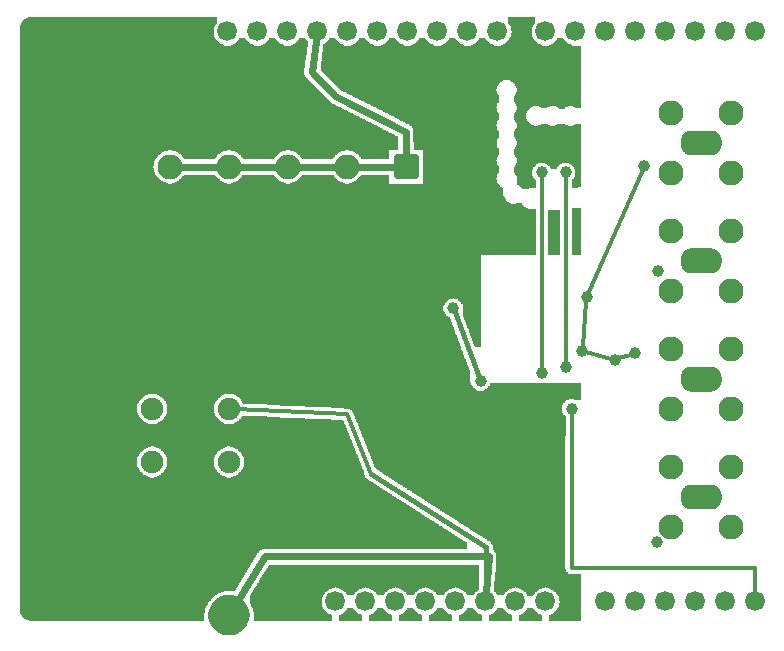
<source format=gbl>
G04 MADE WITH FRITZING*
G04 WWW.FRITZING.ORG*
G04 DOUBLE SIDED*
G04 HOLES PLATED*
G04 CONTOUR ON CENTER OF CONTOUR VECTOR*
%ASAXBY*%
%FSLAX23Y23*%
%MOIN*%
%OFA0B0*%
%SFA1.0B1.0*%
%ADD10C,0.075000*%
%ADD11C,0.069055*%
%ADD12C,0.039370*%
%ADD13C,0.083307*%
%ADD14C,0.082677*%
%ADD15C,0.083071*%
%ADD16C,0.066194*%
%ADD17C,0.066222*%
%ADD18C,0.024000*%
%ADD19C,0.012000*%
%ADD20C,0.016000*%
%ADD21C,0.020000*%
%ADD22R,0.001000X0.001000*%
%LNCOPPER0*%
G90*
G70*
G54D10*
X132Y2012D03*
X887Y106D03*
G54D11*
X747Y65D03*
G54D12*
X1791Y873D03*
X1791Y1542D03*
X1869Y892D03*
X1869Y1542D03*
G54D13*
X1338Y1561D03*
X1141Y1561D03*
X944Y1561D03*
X747Y1561D03*
X550Y1561D03*
G54D12*
X1925Y947D03*
X2033Y918D03*
X2100Y939D03*
X1939Y1126D03*
X2131Y1563D03*
X2178Y1215D03*
X2173Y311D03*
X1495Y1089D03*
X1586Y847D03*
X1889Y754D03*
G54D10*
X747Y577D03*
X491Y577D03*
X747Y754D03*
X491Y754D03*
G54D14*
X2222Y559D03*
G54D15*
X2321Y460D03*
X2222Y359D03*
X2222Y559D03*
X2422Y359D03*
X2422Y559D03*
G54D14*
X2222Y953D03*
G54D15*
X2321Y854D03*
X2222Y753D03*
X2222Y953D03*
X2422Y753D03*
X2422Y953D03*
G54D14*
X2222Y1740D03*
G54D15*
X2321Y1641D03*
X2222Y1540D03*
X2222Y1740D03*
X2422Y1540D03*
X2422Y1740D03*
G54D16*
X2102Y112D03*
X2202Y112D03*
X2302Y112D03*
X2402Y112D03*
X2502Y112D03*
G54D17*
X1642Y2012D03*
X1542Y2012D03*
X1442Y2012D03*
X1342Y2012D03*
X1242Y2012D03*
X1142Y2012D03*
X1042Y2012D03*
X942Y2012D03*
X842Y2012D03*
X742Y2012D03*
X2502Y2012D03*
X2402Y2012D03*
X2302Y2012D03*
X2202Y2012D03*
X2102Y2012D03*
X2002Y2012D03*
X1902Y2012D03*
X1802Y2012D03*
G54D16*
X1202Y112D03*
X1102Y112D03*
X1302Y112D03*
X1402Y112D03*
X1502Y112D03*
X1602Y112D03*
X1702Y112D03*
X1802Y112D03*
X2002Y112D03*
G54D14*
X2222Y1346D03*
G54D15*
X2321Y1247D03*
X2222Y1147D03*
X2222Y1347D03*
X2422Y1147D03*
X2422Y1347D03*
G54D18*
X867Y262D02*
X768Y100D01*
D02*
X1613Y262D02*
X867Y262D01*
D02*
X1604Y142D02*
X1613Y262D01*
D02*
X715Y1561D02*
X583Y1561D01*
G54D19*
D02*
X1791Y1528D02*
X1791Y886D01*
D02*
X1869Y1528D02*
X1869Y906D01*
G54D18*
D02*
X911Y1561D02*
X780Y1561D01*
D02*
X1108Y1561D02*
X977Y1561D01*
D02*
X1305Y1561D02*
X1174Y1561D01*
D02*
X1023Y1876D02*
X1102Y1797D01*
D02*
X1102Y1797D02*
X1337Y1678D01*
D02*
X1337Y1678D02*
X1338Y1594D01*
D02*
X1038Y1981D02*
X1023Y1876D01*
G54D19*
D02*
X2020Y921D02*
X1938Y944D01*
D02*
X2087Y935D02*
X2045Y922D01*
D02*
X1944Y1138D02*
X2126Y1551D01*
D02*
X1938Y1112D02*
X1926Y960D01*
G54D20*
D02*
X1500Y1076D02*
X1581Y860D01*
G54D19*
D02*
X1889Y741D02*
X1889Y223D01*
D02*
X1889Y223D02*
X2500Y223D01*
D02*
X2500Y223D02*
X2502Y136D01*
G54D20*
D02*
X1221Y538D02*
X1604Y293D01*
D02*
X1604Y293D02*
X1603Y136D01*
G54D19*
D02*
X1142Y736D02*
X770Y753D01*
D02*
X1221Y538D02*
X1142Y736D01*
G36*
X76Y2059D02*
X76Y2057D01*
X70Y2057D01*
X70Y2055D01*
X68Y2055D01*
X68Y2053D01*
X64Y2053D01*
X64Y2051D01*
X62Y2051D01*
X62Y2049D01*
X60Y2049D01*
X60Y2047D01*
X58Y2047D01*
X58Y2043D01*
X56Y2043D01*
X56Y2041D01*
X54Y2041D01*
X54Y2035D01*
X52Y2035D01*
X52Y1963D01*
X742Y1963D01*
X742Y1965D01*
X730Y1965D01*
X730Y1967D01*
X726Y1967D01*
X726Y1969D01*
X722Y1969D01*
X722Y1971D01*
X718Y1971D01*
X718Y1973D01*
X716Y1973D01*
X716Y1975D01*
X714Y1975D01*
X714Y1977D01*
X712Y1977D01*
X712Y1979D01*
X710Y1979D01*
X710Y1981D01*
X708Y1981D01*
X708Y1983D01*
X706Y1983D01*
X706Y1985D01*
X704Y1985D01*
X704Y1987D01*
X702Y1987D01*
X702Y1991D01*
X700Y1991D01*
X700Y1995D01*
X698Y1995D01*
X698Y2001D01*
X696Y2001D01*
X696Y2021D01*
X698Y2021D01*
X698Y2027D01*
X700Y2027D01*
X700Y2031D01*
X702Y2031D01*
X702Y2035D01*
X704Y2035D01*
X704Y2037D01*
X706Y2037D01*
X706Y2039D01*
X708Y2039D01*
X708Y2059D01*
X76Y2059D01*
G37*
D02*
G36*
X1678Y2059D02*
X1678Y2037D01*
X1680Y2037D01*
X1680Y2035D01*
X1682Y2035D01*
X1682Y2033D01*
X1684Y2033D01*
X1684Y2029D01*
X1686Y2029D01*
X1686Y2023D01*
X1688Y2023D01*
X1688Y2015D01*
X1690Y2015D01*
X1690Y2007D01*
X1688Y2007D01*
X1688Y1999D01*
X1686Y1999D01*
X1686Y1993D01*
X1684Y1993D01*
X1684Y1991D01*
X1682Y1991D01*
X1682Y1987D01*
X1680Y1987D01*
X1680Y1985D01*
X1678Y1985D01*
X1678Y1981D01*
X1676Y1981D01*
X1676Y1979D01*
X1674Y1979D01*
X1674Y1977D01*
X1672Y1977D01*
X1672Y1975D01*
X1668Y1975D01*
X1668Y1973D01*
X1666Y1973D01*
X1666Y1971D01*
X1662Y1971D01*
X1662Y1969D01*
X1660Y1969D01*
X1660Y1967D01*
X1654Y1967D01*
X1654Y1965D01*
X1644Y1965D01*
X1644Y1963D01*
X1802Y1963D01*
X1802Y1965D01*
X1790Y1965D01*
X1790Y1967D01*
X1786Y1967D01*
X1786Y1969D01*
X1782Y1969D01*
X1782Y1971D01*
X1778Y1971D01*
X1778Y1973D01*
X1776Y1973D01*
X1776Y1975D01*
X1774Y1975D01*
X1774Y1977D01*
X1772Y1977D01*
X1772Y1979D01*
X1770Y1979D01*
X1770Y1981D01*
X1768Y1981D01*
X1768Y1983D01*
X1766Y1983D01*
X1766Y1985D01*
X1764Y1985D01*
X1764Y1987D01*
X1762Y1987D01*
X1762Y1991D01*
X1760Y1991D01*
X1760Y1995D01*
X1758Y1995D01*
X1758Y2001D01*
X1756Y2001D01*
X1756Y2021D01*
X1758Y2021D01*
X1758Y2027D01*
X1760Y2027D01*
X1760Y2031D01*
X1762Y2031D01*
X1762Y2035D01*
X1764Y2035D01*
X1764Y2037D01*
X1766Y2037D01*
X1766Y2039D01*
X1768Y2039D01*
X1768Y2059D01*
X1678Y2059D01*
G37*
D02*
G36*
X782Y1991D02*
X782Y1987D01*
X780Y1987D01*
X780Y1985D01*
X778Y1985D01*
X778Y1981D01*
X776Y1981D01*
X776Y1979D01*
X774Y1979D01*
X774Y1977D01*
X772Y1977D01*
X772Y1975D01*
X768Y1975D01*
X768Y1973D01*
X766Y1973D01*
X766Y1971D01*
X762Y1971D01*
X762Y1969D01*
X760Y1969D01*
X760Y1967D01*
X754Y1967D01*
X754Y1965D01*
X744Y1965D01*
X744Y1963D01*
X842Y1963D01*
X842Y1965D01*
X830Y1965D01*
X830Y1967D01*
X826Y1967D01*
X826Y1969D01*
X822Y1969D01*
X822Y1971D01*
X818Y1971D01*
X818Y1973D01*
X816Y1973D01*
X816Y1975D01*
X814Y1975D01*
X814Y1977D01*
X812Y1977D01*
X812Y1979D01*
X810Y1979D01*
X810Y1981D01*
X808Y1981D01*
X808Y1983D01*
X806Y1983D01*
X806Y1985D01*
X804Y1985D01*
X804Y1987D01*
X802Y1987D01*
X802Y1991D01*
X782Y1991D01*
G37*
D02*
G36*
X882Y1991D02*
X882Y1987D01*
X880Y1987D01*
X880Y1985D01*
X878Y1985D01*
X878Y1981D01*
X876Y1981D01*
X876Y1979D01*
X874Y1979D01*
X874Y1977D01*
X872Y1977D01*
X872Y1975D01*
X868Y1975D01*
X868Y1973D01*
X866Y1973D01*
X866Y1971D01*
X862Y1971D01*
X862Y1969D01*
X860Y1969D01*
X860Y1967D01*
X854Y1967D01*
X854Y1965D01*
X844Y1965D01*
X844Y1963D01*
X942Y1963D01*
X942Y1965D01*
X930Y1965D01*
X930Y1967D01*
X926Y1967D01*
X926Y1969D01*
X922Y1969D01*
X922Y1971D01*
X918Y1971D01*
X918Y1973D01*
X916Y1973D01*
X916Y1975D01*
X914Y1975D01*
X914Y1977D01*
X912Y1977D01*
X912Y1979D01*
X910Y1979D01*
X910Y1981D01*
X908Y1981D01*
X908Y1983D01*
X906Y1983D01*
X906Y1985D01*
X904Y1985D01*
X904Y1987D01*
X902Y1987D01*
X902Y1991D01*
X882Y1991D01*
G37*
D02*
G36*
X982Y1991D02*
X982Y1987D01*
X980Y1987D01*
X980Y1985D01*
X978Y1985D01*
X978Y1981D01*
X976Y1981D01*
X976Y1979D01*
X974Y1979D01*
X974Y1977D01*
X972Y1977D01*
X972Y1975D01*
X968Y1975D01*
X968Y1973D01*
X966Y1973D01*
X966Y1971D01*
X962Y1971D01*
X962Y1969D01*
X960Y1969D01*
X960Y1967D01*
X954Y1967D01*
X954Y1965D01*
X944Y1965D01*
X944Y1963D01*
X1010Y1963D01*
X1010Y1981D01*
X1008Y1981D01*
X1008Y1983D01*
X1006Y1983D01*
X1006Y1985D01*
X1004Y1985D01*
X1004Y1987D01*
X1002Y1987D01*
X1002Y1991D01*
X982Y1991D01*
G37*
D02*
G36*
X1082Y1991D02*
X1082Y1987D01*
X1080Y1987D01*
X1080Y1985D01*
X1078Y1985D01*
X1078Y1981D01*
X1076Y1981D01*
X1076Y1979D01*
X1074Y1979D01*
X1074Y1977D01*
X1072Y1977D01*
X1072Y1975D01*
X1068Y1975D01*
X1068Y1973D01*
X1066Y1973D01*
X1066Y1971D01*
X1062Y1971D01*
X1062Y1963D01*
X1142Y1963D01*
X1142Y1965D01*
X1130Y1965D01*
X1130Y1967D01*
X1126Y1967D01*
X1126Y1969D01*
X1122Y1969D01*
X1122Y1971D01*
X1118Y1971D01*
X1118Y1973D01*
X1116Y1973D01*
X1116Y1975D01*
X1114Y1975D01*
X1114Y1977D01*
X1112Y1977D01*
X1112Y1979D01*
X1110Y1979D01*
X1110Y1981D01*
X1108Y1981D01*
X1108Y1983D01*
X1106Y1983D01*
X1106Y1985D01*
X1104Y1985D01*
X1104Y1987D01*
X1102Y1987D01*
X1102Y1991D01*
X1082Y1991D01*
G37*
D02*
G36*
X1182Y1991D02*
X1182Y1987D01*
X1180Y1987D01*
X1180Y1985D01*
X1178Y1985D01*
X1178Y1981D01*
X1176Y1981D01*
X1176Y1979D01*
X1174Y1979D01*
X1174Y1977D01*
X1172Y1977D01*
X1172Y1975D01*
X1168Y1975D01*
X1168Y1973D01*
X1166Y1973D01*
X1166Y1971D01*
X1162Y1971D01*
X1162Y1969D01*
X1160Y1969D01*
X1160Y1967D01*
X1154Y1967D01*
X1154Y1965D01*
X1144Y1965D01*
X1144Y1963D01*
X1242Y1963D01*
X1242Y1965D01*
X1230Y1965D01*
X1230Y1967D01*
X1226Y1967D01*
X1226Y1969D01*
X1222Y1969D01*
X1222Y1971D01*
X1218Y1971D01*
X1218Y1973D01*
X1216Y1973D01*
X1216Y1975D01*
X1214Y1975D01*
X1214Y1977D01*
X1212Y1977D01*
X1212Y1979D01*
X1210Y1979D01*
X1210Y1981D01*
X1208Y1981D01*
X1208Y1983D01*
X1206Y1983D01*
X1206Y1985D01*
X1204Y1985D01*
X1204Y1987D01*
X1202Y1987D01*
X1202Y1991D01*
X1182Y1991D01*
G37*
D02*
G36*
X1282Y1991D02*
X1282Y1987D01*
X1280Y1987D01*
X1280Y1985D01*
X1278Y1985D01*
X1278Y1981D01*
X1276Y1981D01*
X1276Y1979D01*
X1274Y1979D01*
X1274Y1977D01*
X1272Y1977D01*
X1272Y1975D01*
X1268Y1975D01*
X1268Y1973D01*
X1266Y1973D01*
X1266Y1971D01*
X1262Y1971D01*
X1262Y1969D01*
X1260Y1969D01*
X1260Y1967D01*
X1254Y1967D01*
X1254Y1965D01*
X1244Y1965D01*
X1244Y1963D01*
X1342Y1963D01*
X1342Y1965D01*
X1330Y1965D01*
X1330Y1967D01*
X1326Y1967D01*
X1326Y1969D01*
X1322Y1969D01*
X1322Y1971D01*
X1318Y1971D01*
X1318Y1973D01*
X1316Y1973D01*
X1316Y1975D01*
X1314Y1975D01*
X1314Y1977D01*
X1312Y1977D01*
X1312Y1979D01*
X1310Y1979D01*
X1310Y1981D01*
X1308Y1981D01*
X1308Y1983D01*
X1306Y1983D01*
X1306Y1985D01*
X1304Y1985D01*
X1304Y1987D01*
X1302Y1987D01*
X1302Y1991D01*
X1282Y1991D01*
G37*
D02*
G36*
X1382Y1991D02*
X1382Y1987D01*
X1380Y1987D01*
X1380Y1985D01*
X1378Y1985D01*
X1378Y1981D01*
X1376Y1981D01*
X1376Y1979D01*
X1374Y1979D01*
X1374Y1977D01*
X1372Y1977D01*
X1372Y1975D01*
X1368Y1975D01*
X1368Y1973D01*
X1366Y1973D01*
X1366Y1971D01*
X1362Y1971D01*
X1362Y1969D01*
X1360Y1969D01*
X1360Y1967D01*
X1354Y1967D01*
X1354Y1965D01*
X1344Y1965D01*
X1344Y1963D01*
X1442Y1963D01*
X1442Y1965D01*
X1430Y1965D01*
X1430Y1967D01*
X1426Y1967D01*
X1426Y1969D01*
X1422Y1969D01*
X1422Y1971D01*
X1418Y1971D01*
X1418Y1973D01*
X1416Y1973D01*
X1416Y1975D01*
X1414Y1975D01*
X1414Y1977D01*
X1412Y1977D01*
X1412Y1979D01*
X1410Y1979D01*
X1410Y1981D01*
X1408Y1981D01*
X1408Y1983D01*
X1406Y1983D01*
X1406Y1985D01*
X1404Y1985D01*
X1404Y1987D01*
X1402Y1987D01*
X1402Y1991D01*
X1382Y1991D01*
G37*
D02*
G36*
X1482Y1991D02*
X1482Y1987D01*
X1480Y1987D01*
X1480Y1985D01*
X1478Y1985D01*
X1478Y1981D01*
X1476Y1981D01*
X1476Y1979D01*
X1474Y1979D01*
X1474Y1977D01*
X1472Y1977D01*
X1472Y1975D01*
X1468Y1975D01*
X1468Y1973D01*
X1466Y1973D01*
X1466Y1971D01*
X1462Y1971D01*
X1462Y1969D01*
X1460Y1969D01*
X1460Y1967D01*
X1454Y1967D01*
X1454Y1965D01*
X1444Y1965D01*
X1444Y1963D01*
X1542Y1963D01*
X1542Y1965D01*
X1530Y1965D01*
X1530Y1967D01*
X1526Y1967D01*
X1526Y1969D01*
X1522Y1969D01*
X1522Y1971D01*
X1518Y1971D01*
X1518Y1973D01*
X1516Y1973D01*
X1516Y1975D01*
X1514Y1975D01*
X1514Y1977D01*
X1512Y1977D01*
X1512Y1979D01*
X1510Y1979D01*
X1510Y1981D01*
X1508Y1981D01*
X1508Y1983D01*
X1506Y1983D01*
X1506Y1985D01*
X1504Y1985D01*
X1504Y1987D01*
X1502Y1987D01*
X1502Y1991D01*
X1482Y1991D01*
G37*
D02*
G36*
X1582Y1991D02*
X1582Y1987D01*
X1580Y1987D01*
X1580Y1985D01*
X1578Y1985D01*
X1578Y1981D01*
X1576Y1981D01*
X1576Y1979D01*
X1574Y1979D01*
X1574Y1977D01*
X1572Y1977D01*
X1572Y1975D01*
X1568Y1975D01*
X1568Y1973D01*
X1566Y1973D01*
X1566Y1971D01*
X1562Y1971D01*
X1562Y1969D01*
X1560Y1969D01*
X1560Y1967D01*
X1554Y1967D01*
X1554Y1965D01*
X1544Y1965D01*
X1544Y1963D01*
X1642Y1963D01*
X1642Y1965D01*
X1630Y1965D01*
X1630Y1967D01*
X1626Y1967D01*
X1626Y1969D01*
X1622Y1969D01*
X1622Y1971D01*
X1618Y1971D01*
X1618Y1973D01*
X1616Y1973D01*
X1616Y1975D01*
X1614Y1975D01*
X1614Y1977D01*
X1612Y1977D01*
X1612Y1979D01*
X1610Y1979D01*
X1610Y1981D01*
X1608Y1981D01*
X1608Y1983D01*
X1606Y1983D01*
X1606Y1985D01*
X1604Y1985D01*
X1604Y1987D01*
X1602Y1987D01*
X1602Y1991D01*
X1582Y1991D01*
G37*
D02*
G36*
X1842Y1991D02*
X1842Y1987D01*
X1840Y1987D01*
X1840Y1985D01*
X1838Y1985D01*
X1838Y1981D01*
X1836Y1981D01*
X1836Y1979D01*
X1834Y1979D01*
X1834Y1977D01*
X1832Y1977D01*
X1832Y1975D01*
X1828Y1975D01*
X1828Y1973D01*
X1826Y1973D01*
X1826Y1971D01*
X1822Y1971D01*
X1822Y1969D01*
X1820Y1969D01*
X1820Y1967D01*
X1814Y1967D01*
X1814Y1965D01*
X1804Y1965D01*
X1804Y1963D01*
X1902Y1963D01*
X1902Y1965D01*
X1890Y1965D01*
X1890Y1967D01*
X1886Y1967D01*
X1886Y1969D01*
X1882Y1969D01*
X1882Y1971D01*
X1878Y1971D01*
X1878Y1973D01*
X1876Y1973D01*
X1876Y1975D01*
X1874Y1975D01*
X1874Y1977D01*
X1872Y1977D01*
X1872Y1979D01*
X1870Y1979D01*
X1870Y1981D01*
X1868Y1981D01*
X1868Y1983D01*
X1866Y1983D01*
X1866Y1985D01*
X1864Y1985D01*
X1864Y1987D01*
X1862Y1987D01*
X1862Y1991D01*
X1842Y1991D01*
G37*
D02*
G36*
X52Y1963D02*
X52Y1961D01*
X1010Y1961D01*
X1010Y1963D01*
X52Y1963D01*
G37*
D02*
G36*
X52Y1963D02*
X52Y1961D01*
X1010Y1961D01*
X1010Y1963D01*
X52Y1963D01*
G37*
D02*
G36*
X52Y1963D02*
X52Y1961D01*
X1010Y1961D01*
X1010Y1963D01*
X52Y1963D01*
G37*
D02*
G36*
X52Y1963D02*
X52Y1961D01*
X1010Y1961D01*
X1010Y1963D01*
X52Y1963D01*
G37*
D02*
G36*
X1062Y1963D02*
X1062Y1961D01*
X1922Y1961D01*
X1922Y1963D01*
X1062Y1963D01*
G37*
D02*
G36*
X1062Y1963D02*
X1062Y1961D01*
X1922Y1961D01*
X1922Y1963D01*
X1062Y1963D01*
G37*
D02*
G36*
X1062Y1963D02*
X1062Y1961D01*
X1922Y1961D01*
X1922Y1963D01*
X1062Y1963D01*
G37*
D02*
G36*
X1062Y1963D02*
X1062Y1961D01*
X1922Y1961D01*
X1922Y1963D01*
X1062Y1963D01*
G37*
D02*
G36*
X1062Y1963D02*
X1062Y1961D01*
X1922Y1961D01*
X1922Y1963D01*
X1062Y1963D01*
G37*
D02*
G36*
X1062Y1963D02*
X1062Y1961D01*
X1922Y1961D01*
X1922Y1963D01*
X1062Y1963D01*
G37*
D02*
G36*
X1062Y1963D02*
X1062Y1961D01*
X1922Y1961D01*
X1922Y1963D01*
X1062Y1963D01*
G37*
D02*
G36*
X1062Y1963D02*
X1062Y1961D01*
X1922Y1961D01*
X1922Y1963D01*
X1062Y1963D01*
G37*
D02*
G36*
X52Y1961D02*
X52Y1617D01*
X1148Y1617D01*
X1148Y1615D01*
X1156Y1615D01*
X1156Y1613D01*
X1160Y1613D01*
X1160Y1611D01*
X1164Y1611D01*
X1164Y1609D01*
X1168Y1609D01*
X1168Y1607D01*
X1172Y1607D01*
X1172Y1605D01*
X1174Y1605D01*
X1174Y1603D01*
X1176Y1603D01*
X1176Y1601D01*
X1178Y1601D01*
X1178Y1599D01*
X1180Y1599D01*
X1180Y1597D01*
X1182Y1597D01*
X1182Y1595D01*
X1184Y1595D01*
X1184Y1593D01*
X1186Y1593D01*
X1186Y1589D01*
X1188Y1589D01*
X1188Y1587D01*
X1282Y1587D01*
X1282Y1617D01*
X1312Y1617D01*
X1312Y1641D01*
X1310Y1641D01*
X1310Y1663D01*
X1306Y1663D01*
X1306Y1665D01*
X1302Y1665D01*
X1302Y1667D01*
X1298Y1667D01*
X1298Y1669D01*
X1294Y1669D01*
X1294Y1671D01*
X1290Y1671D01*
X1290Y1673D01*
X1286Y1673D01*
X1286Y1675D01*
X1282Y1675D01*
X1282Y1677D01*
X1278Y1677D01*
X1278Y1679D01*
X1274Y1679D01*
X1274Y1681D01*
X1270Y1681D01*
X1270Y1683D01*
X1266Y1683D01*
X1266Y1685D01*
X1262Y1685D01*
X1262Y1687D01*
X1258Y1687D01*
X1258Y1689D01*
X1254Y1689D01*
X1254Y1691D01*
X1252Y1691D01*
X1252Y1693D01*
X1248Y1693D01*
X1248Y1695D01*
X1244Y1695D01*
X1244Y1697D01*
X1240Y1697D01*
X1240Y1699D01*
X1236Y1699D01*
X1236Y1701D01*
X1232Y1701D01*
X1232Y1703D01*
X1228Y1703D01*
X1228Y1705D01*
X1224Y1705D01*
X1224Y1707D01*
X1220Y1707D01*
X1220Y1709D01*
X1216Y1709D01*
X1216Y1711D01*
X1212Y1711D01*
X1212Y1713D01*
X1208Y1713D01*
X1208Y1715D01*
X1204Y1715D01*
X1204Y1717D01*
X1200Y1717D01*
X1200Y1719D01*
X1196Y1719D01*
X1196Y1721D01*
X1192Y1721D01*
X1192Y1723D01*
X1188Y1723D01*
X1188Y1725D01*
X1184Y1725D01*
X1184Y1727D01*
X1180Y1727D01*
X1180Y1729D01*
X1176Y1729D01*
X1176Y1731D01*
X1172Y1731D01*
X1172Y1733D01*
X1168Y1733D01*
X1168Y1735D01*
X1164Y1735D01*
X1164Y1737D01*
X1160Y1737D01*
X1160Y1739D01*
X1156Y1739D01*
X1156Y1741D01*
X1152Y1741D01*
X1152Y1743D01*
X1148Y1743D01*
X1148Y1745D01*
X1144Y1745D01*
X1144Y1747D01*
X1140Y1747D01*
X1140Y1749D01*
X1136Y1749D01*
X1136Y1751D01*
X1132Y1751D01*
X1132Y1753D01*
X1128Y1753D01*
X1128Y1755D01*
X1124Y1755D01*
X1124Y1757D01*
X1120Y1757D01*
X1120Y1759D01*
X1116Y1759D01*
X1116Y1761D01*
X1112Y1761D01*
X1112Y1763D01*
X1108Y1763D01*
X1108Y1765D01*
X1104Y1765D01*
X1104Y1767D01*
X1100Y1767D01*
X1100Y1769D01*
X1096Y1769D01*
X1096Y1771D01*
X1092Y1771D01*
X1092Y1773D01*
X1090Y1773D01*
X1090Y1775D01*
X1086Y1775D01*
X1086Y1777D01*
X1084Y1777D01*
X1084Y1779D01*
X1082Y1779D01*
X1082Y1781D01*
X1080Y1781D01*
X1080Y1783D01*
X1078Y1783D01*
X1078Y1785D01*
X1076Y1785D01*
X1076Y1787D01*
X1074Y1787D01*
X1074Y1789D01*
X1072Y1789D01*
X1072Y1791D01*
X1070Y1791D01*
X1070Y1793D01*
X1068Y1793D01*
X1068Y1795D01*
X1066Y1795D01*
X1066Y1797D01*
X1064Y1797D01*
X1064Y1799D01*
X1062Y1799D01*
X1062Y1801D01*
X1060Y1801D01*
X1060Y1803D01*
X1058Y1803D01*
X1058Y1805D01*
X1056Y1805D01*
X1056Y1807D01*
X1054Y1807D01*
X1054Y1809D01*
X1052Y1809D01*
X1052Y1811D01*
X1050Y1811D01*
X1050Y1813D01*
X1048Y1813D01*
X1048Y1815D01*
X1046Y1815D01*
X1046Y1817D01*
X1044Y1817D01*
X1044Y1819D01*
X1042Y1819D01*
X1042Y1821D01*
X1040Y1821D01*
X1040Y1823D01*
X1038Y1823D01*
X1038Y1825D01*
X1036Y1825D01*
X1036Y1827D01*
X1034Y1827D01*
X1034Y1829D01*
X1032Y1829D01*
X1032Y1831D01*
X1030Y1831D01*
X1030Y1833D01*
X1028Y1833D01*
X1028Y1835D01*
X1026Y1835D01*
X1026Y1837D01*
X1024Y1837D01*
X1024Y1839D01*
X1022Y1839D01*
X1022Y1841D01*
X1020Y1841D01*
X1020Y1843D01*
X1018Y1843D01*
X1018Y1845D01*
X1016Y1845D01*
X1016Y1847D01*
X1014Y1847D01*
X1014Y1849D01*
X1012Y1849D01*
X1012Y1851D01*
X1010Y1851D01*
X1010Y1853D01*
X1008Y1853D01*
X1008Y1855D01*
X1006Y1855D01*
X1006Y1857D01*
X1004Y1857D01*
X1004Y1859D01*
X1002Y1859D01*
X1002Y1863D01*
X1000Y1863D01*
X1000Y1867D01*
X998Y1867D01*
X998Y1889D01*
X1000Y1889D01*
X1000Y1903D01*
X1002Y1903D01*
X1002Y1917D01*
X1004Y1917D01*
X1004Y1933D01*
X1006Y1933D01*
X1006Y1947D01*
X1008Y1947D01*
X1008Y1961D01*
X52Y1961D01*
G37*
D02*
G36*
X1062Y1961D02*
X1062Y1957D01*
X1060Y1957D01*
X1060Y1943D01*
X1058Y1943D01*
X1058Y1929D01*
X1056Y1929D01*
X1056Y1915D01*
X1054Y1915D01*
X1054Y1881D01*
X1056Y1881D01*
X1056Y1879D01*
X1058Y1879D01*
X1058Y1877D01*
X1060Y1877D01*
X1060Y1875D01*
X1062Y1875D01*
X1062Y1873D01*
X1064Y1873D01*
X1064Y1871D01*
X1066Y1871D01*
X1066Y1869D01*
X1068Y1869D01*
X1068Y1867D01*
X1070Y1867D01*
X1070Y1865D01*
X1072Y1865D01*
X1072Y1863D01*
X1074Y1863D01*
X1074Y1861D01*
X1076Y1861D01*
X1076Y1859D01*
X1078Y1859D01*
X1078Y1857D01*
X1080Y1857D01*
X1080Y1855D01*
X1082Y1855D01*
X1082Y1853D01*
X1084Y1853D01*
X1084Y1851D01*
X1678Y1851D01*
X1678Y1849D01*
X1684Y1849D01*
X1684Y1847D01*
X1688Y1847D01*
X1688Y1845D01*
X1690Y1845D01*
X1690Y1843D01*
X1694Y1843D01*
X1694Y1841D01*
X1696Y1841D01*
X1696Y1839D01*
X1698Y1839D01*
X1698Y1837D01*
X1700Y1837D01*
X1700Y1833D01*
X1702Y1833D01*
X1702Y1829D01*
X1704Y1829D01*
X1704Y1825D01*
X1706Y1825D01*
X1706Y1809D01*
X1704Y1809D01*
X1704Y1805D01*
X1702Y1805D01*
X1702Y1801D01*
X1700Y1801D01*
X1700Y1797D01*
X1698Y1797D01*
X1698Y1777D01*
X1700Y1777D01*
X1700Y1775D01*
X1702Y1775D01*
X1702Y1771D01*
X1704Y1771D01*
X1704Y1765D01*
X1706Y1765D01*
X1706Y1763D01*
X1894Y1763D01*
X1894Y1761D01*
X1900Y1761D01*
X1900Y1759D01*
X1902Y1759D01*
X1902Y1757D01*
X1922Y1757D01*
X1922Y1961D01*
X1062Y1961D01*
G37*
D02*
G36*
X1086Y1851D02*
X1086Y1849D01*
X1088Y1849D01*
X1088Y1847D01*
X1090Y1847D01*
X1090Y1845D01*
X1092Y1845D01*
X1092Y1843D01*
X1094Y1843D01*
X1094Y1841D01*
X1096Y1841D01*
X1096Y1839D01*
X1098Y1839D01*
X1098Y1837D01*
X1100Y1837D01*
X1100Y1835D01*
X1102Y1835D01*
X1102Y1833D01*
X1104Y1833D01*
X1104Y1831D01*
X1106Y1831D01*
X1106Y1829D01*
X1108Y1829D01*
X1108Y1827D01*
X1110Y1827D01*
X1110Y1825D01*
X1112Y1825D01*
X1112Y1823D01*
X1114Y1823D01*
X1114Y1821D01*
X1116Y1821D01*
X1116Y1819D01*
X1118Y1819D01*
X1118Y1817D01*
X1122Y1817D01*
X1122Y1815D01*
X1124Y1815D01*
X1124Y1813D01*
X1128Y1813D01*
X1128Y1811D01*
X1132Y1811D01*
X1132Y1809D01*
X1136Y1809D01*
X1136Y1807D01*
X1140Y1807D01*
X1140Y1805D01*
X1144Y1805D01*
X1144Y1803D01*
X1148Y1803D01*
X1148Y1801D01*
X1152Y1801D01*
X1152Y1799D01*
X1156Y1799D01*
X1156Y1797D01*
X1160Y1797D01*
X1160Y1795D01*
X1164Y1795D01*
X1164Y1793D01*
X1168Y1793D01*
X1168Y1791D01*
X1172Y1791D01*
X1172Y1789D01*
X1176Y1789D01*
X1176Y1787D01*
X1180Y1787D01*
X1180Y1785D01*
X1184Y1785D01*
X1184Y1783D01*
X1188Y1783D01*
X1188Y1781D01*
X1192Y1781D01*
X1192Y1779D01*
X1196Y1779D01*
X1196Y1777D01*
X1200Y1777D01*
X1200Y1775D01*
X1204Y1775D01*
X1204Y1773D01*
X1208Y1773D01*
X1208Y1771D01*
X1212Y1771D01*
X1212Y1769D01*
X1216Y1769D01*
X1216Y1767D01*
X1220Y1767D01*
X1220Y1765D01*
X1224Y1765D01*
X1224Y1763D01*
X1228Y1763D01*
X1228Y1761D01*
X1232Y1761D01*
X1232Y1759D01*
X1236Y1759D01*
X1236Y1757D01*
X1240Y1757D01*
X1240Y1755D01*
X1244Y1755D01*
X1244Y1753D01*
X1248Y1753D01*
X1248Y1751D01*
X1252Y1751D01*
X1252Y1749D01*
X1256Y1749D01*
X1256Y1747D01*
X1260Y1747D01*
X1260Y1745D01*
X1264Y1745D01*
X1264Y1743D01*
X1268Y1743D01*
X1268Y1741D01*
X1272Y1741D01*
X1272Y1739D01*
X1276Y1739D01*
X1276Y1737D01*
X1280Y1737D01*
X1280Y1735D01*
X1284Y1735D01*
X1284Y1733D01*
X1288Y1733D01*
X1288Y1731D01*
X1292Y1731D01*
X1292Y1729D01*
X1296Y1729D01*
X1296Y1727D01*
X1300Y1727D01*
X1300Y1725D01*
X1302Y1725D01*
X1302Y1723D01*
X1306Y1723D01*
X1306Y1721D01*
X1310Y1721D01*
X1310Y1719D01*
X1314Y1719D01*
X1314Y1717D01*
X1318Y1717D01*
X1318Y1715D01*
X1322Y1715D01*
X1322Y1713D01*
X1326Y1713D01*
X1326Y1711D01*
X1330Y1711D01*
X1330Y1709D01*
X1334Y1709D01*
X1334Y1707D01*
X1338Y1707D01*
X1338Y1705D01*
X1342Y1705D01*
X1342Y1703D01*
X1346Y1703D01*
X1346Y1701D01*
X1350Y1701D01*
X1350Y1699D01*
X1352Y1699D01*
X1352Y1697D01*
X1356Y1697D01*
X1356Y1693D01*
X1358Y1693D01*
X1358Y1691D01*
X1360Y1691D01*
X1360Y1687D01*
X1362Y1687D01*
X1362Y1643D01*
X1364Y1643D01*
X1364Y1617D01*
X1394Y1617D01*
X1394Y1505D01*
X1644Y1505D01*
X1644Y1507D01*
X1642Y1507D01*
X1642Y1511D01*
X1640Y1511D01*
X1640Y1521D01*
X1638Y1521D01*
X1638Y1523D01*
X1640Y1523D01*
X1640Y1531D01*
X1642Y1531D01*
X1642Y1537D01*
X1644Y1537D01*
X1644Y1539D01*
X1646Y1539D01*
X1646Y1541D01*
X1648Y1541D01*
X1648Y1561D01*
X1646Y1561D01*
X1646Y1563D01*
X1644Y1563D01*
X1644Y1567D01*
X1642Y1567D01*
X1642Y1571D01*
X1640Y1571D01*
X1640Y1579D01*
X1638Y1579D01*
X1638Y1583D01*
X1640Y1583D01*
X1640Y1591D01*
X1642Y1591D01*
X1642Y1595D01*
X1644Y1595D01*
X1644Y1599D01*
X1646Y1599D01*
X1646Y1623D01*
X1644Y1623D01*
X1644Y1625D01*
X1642Y1625D01*
X1642Y1629D01*
X1640Y1629D01*
X1640Y1639D01*
X1638Y1639D01*
X1638Y1641D01*
X1640Y1641D01*
X1640Y1651D01*
X1642Y1651D01*
X1642Y1655D01*
X1644Y1655D01*
X1644Y1657D01*
X1646Y1657D01*
X1646Y1681D01*
X1644Y1681D01*
X1644Y1685D01*
X1642Y1685D01*
X1642Y1689D01*
X1640Y1689D01*
X1640Y1697D01*
X1638Y1697D01*
X1638Y1701D01*
X1640Y1701D01*
X1640Y1709D01*
X1642Y1709D01*
X1642Y1713D01*
X1644Y1713D01*
X1644Y1717D01*
X1646Y1717D01*
X1646Y1741D01*
X1644Y1741D01*
X1644Y1743D01*
X1642Y1743D01*
X1642Y1747D01*
X1640Y1747D01*
X1640Y1757D01*
X1638Y1757D01*
X1638Y1759D01*
X1640Y1759D01*
X1640Y1769D01*
X1642Y1769D01*
X1642Y1773D01*
X1644Y1773D01*
X1644Y1775D01*
X1646Y1775D01*
X1646Y1799D01*
X1644Y1799D01*
X1644Y1803D01*
X1642Y1803D01*
X1642Y1807D01*
X1640Y1807D01*
X1640Y1815D01*
X1638Y1815D01*
X1638Y1819D01*
X1640Y1819D01*
X1640Y1827D01*
X1642Y1827D01*
X1642Y1831D01*
X1644Y1831D01*
X1644Y1835D01*
X1646Y1835D01*
X1646Y1837D01*
X1648Y1837D01*
X1648Y1839D01*
X1650Y1839D01*
X1650Y1841D01*
X1652Y1841D01*
X1652Y1843D01*
X1654Y1843D01*
X1654Y1845D01*
X1658Y1845D01*
X1658Y1847D01*
X1660Y1847D01*
X1660Y1849D01*
X1668Y1849D01*
X1668Y1851D01*
X1086Y1851D01*
G37*
D02*
G36*
X1706Y1763D02*
X1706Y1751D01*
X1704Y1751D01*
X1704Y1745D01*
X1702Y1745D01*
X1702Y1741D01*
X1700Y1741D01*
X1700Y1739D01*
X1698Y1739D01*
X1698Y1717D01*
X1700Y1717D01*
X1700Y1715D01*
X1702Y1715D01*
X1702Y1711D01*
X1704Y1711D01*
X1704Y1707D01*
X1706Y1707D01*
X1706Y1697D01*
X1764Y1697D01*
X1764Y1699D01*
X1758Y1699D01*
X1758Y1701D01*
X1754Y1701D01*
X1754Y1703D01*
X1752Y1703D01*
X1752Y1705D01*
X1750Y1705D01*
X1750Y1707D01*
X1748Y1707D01*
X1748Y1709D01*
X1746Y1709D01*
X1746Y1711D01*
X1744Y1711D01*
X1744Y1713D01*
X1742Y1713D01*
X1742Y1717D01*
X1740Y1717D01*
X1740Y1721D01*
X1738Y1721D01*
X1738Y1739D01*
X1740Y1739D01*
X1740Y1745D01*
X1742Y1745D01*
X1742Y1747D01*
X1744Y1747D01*
X1744Y1751D01*
X1746Y1751D01*
X1746Y1753D01*
X1748Y1753D01*
X1748Y1755D01*
X1750Y1755D01*
X1750Y1757D01*
X1754Y1757D01*
X1754Y1759D01*
X1756Y1759D01*
X1756Y1761D01*
X1762Y1761D01*
X1762Y1763D01*
X1706Y1763D01*
G37*
D02*
G36*
X1780Y1763D02*
X1780Y1761D01*
X1786Y1761D01*
X1786Y1759D01*
X1788Y1759D01*
X1788Y1757D01*
X1808Y1757D01*
X1808Y1759D01*
X1812Y1759D01*
X1812Y1761D01*
X1816Y1761D01*
X1816Y1763D01*
X1780Y1763D01*
G37*
D02*
G36*
X1836Y1763D02*
X1836Y1761D01*
X1840Y1761D01*
X1840Y1759D01*
X1844Y1759D01*
X1844Y1757D01*
X1846Y1757D01*
X1846Y1755D01*
X1866Y1755D01*
X1866Y1757D01*
X1868Y1757D01*
X1868Y1759D01*
X1870Y1759D01*
X1870Y1761D01*
X1876Y1761D01*
X1876Y1763D01*
X1836Y1763D01*
G37*
D02*
G36*
X1846Y1705D02*
X1846Y1703D01*
X1842Y1703D01*
X1842Y1701D01*
X1840Y1701D01*
X1840Y1699D01*
X1834Y1699D01*
X1834Y1697D01*
X1878Y1697D01*
X1878Y1699D01*
X1872Y1699D01*
X1872Y1701D01*
X1868Y1701D01*
X1868Y1703D01*
X1866Y1703D01*
X1866Y1705D01*
X1846Y1705D01*
G37*
D02*
G36*
X1788Y1703D02*
X1788Y1701D01*
X1784Y1701D01*
X1784Y1699D01*
X1778Y1699D01*
X1778Y1697D01*
X1818Y1697D01*
X1818Y1699D01*
X1814Y1699D01*
X1814Y1701D01*
X1810Y1701D01*
X1810Y1703D01*
X1788Y1703D01*
G37*
D02*
G36*
X1902Y1703D02*
X1902Y1701D01*
X1898Y1701D01*
X1898Y1699D01*
X1894Y1699D01*
X1894Y1697D01*
X1922Y1697D01*
X1922Y1703D01*
X1902Y1703D01*
G37*
D02*
G36*
X1706Y1697D02*
X1706Y1695D01*
X1922Y1695D01*
X1922Y1697D01*
X1706Y1697D01*
G37*
D02*
G36*
X1706Y1697D02*
X1706Y1695D01*
X1922Y1695D01*
X1922Y1697D01*
X1706Y1697D01*
G37*
D02*
G36*
X1706Y1697D02*
X1706Y1695D01*
X1922Y1695D01*
X1922Y1697D01*
X1706Y1697D01*
G37*
D02*
G36*
X1706Y1697D02*
X1706Y1695D01*
X1922Y1695D01*
X1922Y1697D01*
X1706Y1697D01*
G37*
D02*
G36*
X1706Y1695D02*
X1706Y1691D01*
X1704Y1691D01*
X1704Y1687D01*
X1702Y1687D01*
X1702Y1683D01*
X1700Y1683D01*
X1700Y1679D01*
X1698Y1679D01*
X1698Y1659D01*
X1700Y1659D01*
X1700Y1655D01*
X1702Y1655D01*
X1702Y1653D01*
X1704Y1653D01*
X1704Y1647D01*
X1706Y1647D01*
X1706Y1633D01*
X1704Y1633D01*
X1704Y1627D01*
X1702Y1627D01*
X1702Y1623D01*
X1700Y1623D01*
X1700Y1621D01*
X1698Y1621D01*
X1698Y1599D01*
X1700Y1599D01*
X1700Y1597D01*
X1702Y1597D01*
X1702Y1593D01*
X1704Y1593D01*
X1704Y1589D01*
X1706Y1589D01*
X1706Y1575D01*
X1876Y1575D01*
X1876Y1573D01*
X1882Y1573D01*
X1882Y1571D01*
X1884Y1571D01*
X1884Y1569D01*
X1888Y1569D01*
X1888Y1567D01*
X1890Y1567D01*
X1890Y1565D01*
X1892Y1565D01*
X1892Y1563D01*
X1894Y1563D01*
X1894Y1561D01*
X1896Y1561D01*
X1896Y1559D01*
X1898Y1559D01*
X1898Y1555D01*
X1900Y1555D01*
X1900Y1551D01*
X1902Y1551D01*
X1902Y1533D01*
X1900Y1533D01*
X1900Y1527D01*
X1898Y1527D01*
X1898Y1525D01*
X1896Y1525D01*
X1896Y1521D01*
X1894Y1521D01*
X1894Y1519D01*
X1892Y1519D01*
X1892Y1517D01*
X1890Y1517D01*
X1890Y1491D01*
X1910Y1491D01*
X1910Y1493D01*
X1922Y1493D01*
X1922Y1695D01*
X1706Y1695D01*
G37*
D02*
G36*
X52Y1617D02*
X52Y1505D01*
X544Y1505D01*
X544Y1507D01*
X536Y1507D01*
X536Y1509D01*
X530Y1509D01*
X530Y1511D01*
X528Y1511D01*
X528Y1513D01*
X524Y1513D01*
X524Y1515D01*
X520Y1515D01*
X520Y1517D01*
X518Y1517D01*
X518Y1519D01*
X516Y1519D01*
X516Y1521D01*
X514Y1521D01*
X514Y1523D01*
X512Y1523D01*
X512Y1525D01*
X510Y1525D01*
X510Y1527D01*
X508Y1527D01*
X508Y1529D01*
X506Y1529D01*
X506Y1531D01*
X504Y1531D01*
X504Y1535D01*
X502Y1535D01*
X502Y1539D01*
X500Y1539D01*
X500Y1543D01*
X498Y1543D01*
X498Y1547D01*
X496Y1547D01*
X496Y1557D01*
X494Y1557D01*
X494Y1565D01*
X496Y1565D01*
X496Y1575D01*
X498Y1575D01*
X498Y1579D01*
X500Y1579D01*
X500Y1583D01*
X502Y1583D01*
X502Y1587D01*
X504Y1587D01*
X504Y1591D01*
X506Y1591D01*
X506Y1593D01*
X508Y1593D01*
X508Y1595D01*
X510Y1595D01*
X510Y1597D01*
X512Y1597D01*
X512Y1599D01*
X514Y1599D01*
X514Y1601D01*
X516Y1601D01*
X516Y1603D01*
X518Y1603D01*
X518Y1605D01*
X520Y1605D01*
X520Y1607D01*
X524Y1607D01*
X524Y1609D01*
X528Y1609D01*
X528Y1611D01*
X530Y1611D01*
X530Y1613D01*
X536Y1613D01*
X536Y1615D01*
X544Y1615D01*
X544Y1617D01*
X52Y1617D01*
G37*
D02*
G36*
X558Y1617D02*
X558Y1615D01*
X566Y1615D01*
X566Y1613D01*
X570Y1613D01*
X570Y1611D01*
X574Y1611D01*
X574Y1609D01*
X578Y1609D01*
X578Y1607D01*
X580Y1607D01*
X580Y1605D01*
X582Y1605D01*
X582Y1603D01*
X586Y1603D01*
X586Y1601D01*
X588Y1601D01*
X588Y1599D01*
X590Y1599D01*
X590Y1597D01*
X592Y1597D01*
X592Y1593D01*
X594Y1593D01*
X594Y1591D01*
X596Y1591D01*
X596Y1589D01*
X598Y1589D01*
X598Y1587D01*
X700Y1587D01*
X700Y1589D01*
X702Y1589D01*
X702Y1591D01*
X704Y1591D01*
X704Y1595D01*
X706Y1595D01*
X706Y1597D01*
X708Y1597D01*
X708Y1599D01*
X710Y1599D01*
X710Y1601D01*
X712Y1601D01*
X712Y1603D01*
X714Y1603D01*
X714Y1605D01*
X718Y1605D01*
X718Y1607D01*
X720Y1607D01*
X720Y1609D01*
X724Y1609D01*
X724Y1611D01*
X728Y1611D01*
X728Y1613D01*
X732Y1613D01*
X732Y1615D01*
X740Y1615D01*
X740Y1617D01*
X558Y1617D01*
G37*
D02*
G36*
X754Y1617D02*
X754Y1615D01*
X762Y1615D01*
X762Y1613D01*
X768Y1613D01*
X768Y1611D01*
X770Y1611D01*
X770Y1609D01*
X774Y1609D01*
X774Y1607D01*
X778Y1607D01*
X778Y1605D01*
X780Y1605D01*
X780Y1603D01*
X782Y1603D01*
X782Y1601D01*
X784Y1601D01*
X784Y1599D01*
X786Y1599D01*
X786Y1597D01*
X788Y1597D01*
X788Y1595D01*
X790Y1595D01*
X790Y1593D01*
X792Y1593D01*
X792Y1591D01*
X794Y1591D01*
X794Y1587D01*
X898Y1587D01*
X898Y1591D01*
X900Y1591D01*
X900Y1593D01*
X902Y1593D01*
X902Y1595D01*
X904Y1595D01*
X904Y1597D01*
X906Y1597D01*
X906Y1599D01*
X908Y1599D01*
X908Y1601D01*
X910Y1601D01*
X910Y1603D01*
X912Y1603D01*
X912Y1605D01*
X914Y1605D01*
X914Y1607D01*
X918Y1607D01*
X918Y1609D01*
X920Y1609D01*
X920Y1611D01*
X924Y1611D01*
X924Y1613D01*
X930Y1613D01*
X930Y1615D01*
X936Y1615D01*
X936Y1617D01*
X754Y1617D01*
G37*
D02*
G36*
X952Y1617D02*
X952Y1615D01*
X960Y1615D01*
X960Y1613D01*
X964Y1613D01*
X964Y1611D01*
X968Y1611D01*
X968Y1609D01*
X970Y1609D01*
X970Y1607D01*
X974Y1607D01*
X974Y1605D01*
X976Y1605D01*
X976Y1603D01*
X978Y1603D01*
X978Y1601D01*
X982Y1601D01*
X982Y1599D01*
X984Y1599D01*
X984Y1595D01*
X986Y1595D01*
X986Y1593D01*
X988Y1593D01*
X988Y1591D01*
X990Y1591D01*
X990Y1589D01*
X992Y1589D01*
X992Y1587D01*
X1094Y1587D01*
X1094Y1589D01*
X1096Y1589D01*
X1096Y1593D01*
X1098Y1593D01*
X1098Y1595D01*
X1100Y1595D01*
X1100Y1597D01*
X1102Y1597D01*
X1102Y1599D01*
X1104Y1599D01*
X1104Y1601D01*
X1106Y1601D01*
X1106Y1603D01*
X1108Y1603D01*
X1108Y1605D01*
X1110Y1605D01*
X1110Y1607D01*
X1114Y1607D01*
X1114Y1609D01*
X1118Y1609D01*
X1118Y1611D01*
X1122Y1611D01*
X1122Y1613D01*
X1126Y1613D01*
X1126Y1615D01*
X1134Y1615D01*
X1134Y1617D01*
X952Y1617D01*
G37*
D02*
G36*
X1706Y1575D02*
X1706Y1573D01*
X1704Y1573D01*
X1704Y1567D01*
X1702Y1567D01*
X1702Y1565D01*
X1700Y1565D01*
X1700Y1561D01*
X1698Y1561D01*
X1698Y1541D01*
X1700Y1541D01*
X1700Y1537D01*
X1702Y1537D01*
X1702Y1535D01*
X1704Y1535D01*
X1704Y1529D01*
X1706Y1529D01*
X1706Y1501D01*
X1710Y1501D01*
X1710Y1499D01*
X1714Y1499D01*
X1714Y1497D01*
X1716Y1497D01*
X1716Y1495D01*
X1718Y1495D01*
X1718Y1493D01*
X1720Y1493D01*
X1720Y1491D01*
X1722Y1491D01*
X1722Y1489D01*
X1724Y1489D01*
X1724Y1487D01*
X1748Y1487D01*
X1748Y1489D01*
X1770Y1489D01*
X1770Y1517D01*
X1768Y1517D01*
X1768Y1519D01*
X1766Y1519D01*
X1766Y1521D01*
X1764Y1521D01*
X1764Y1525D01*
X1762Y1525D01*
X1762Y1527D01*
X1760Y1527D01*
X1760Y1531D01*
X1758Y1531D01*
X1758Y1551D01*
X1760Y1551D01*
X1760Y1555D01*
X1762Y1555D01*
X1762Y1559D01*
X1764Y1559D01*
X1764Y1561D01*
X1766Y1561D01*
X1766Y1563D01*
X1768Y1563D01*
X1768Y1565D01*
X1770Y1565D01*
X1770Y1567D01*
X1772Y1567D01*
X1772Y1569D01*
X1776Y1569D01*
X1776Y1571D01*
X1778Y1571D01*
X1778Y1573D01*
X1784Y1573D01*
X1784Y1575D01*
X1706Y1575D01*
G37*
D02*
G36*
X1798Y1575D02*
X1798Y1573D01*
X1802Y1573D01*
X1802Y1571D01*
X1806Y1571D01*
X1806Y1569D01*
X1808Y1569D01*
X1808Y1567D01*
X1812Y1567D01*
X1812Y1565D01*
X1814Y1565D01*
X1814Y1563D01*
X1816Y1563D01*
X1816Y1559D01*
X1818Y1559D01*
X1818Y1557D01*
X1820Y1557D01*
X1820Y1553D01*
X1840Y1553D01*
X1840Y1557D01*
X1842Y1557D01*
X1842Y1559D01*
X1844Y1559D01*
X1844Y1563D01*
X1846Y1563D01*
X1846Y1565D01*
X1848Y1565D01*
X1848Y1567D01*
X1852Y1567D01*
X1852Y1569D01*
X1854Y1569D01*
X1854Y1571D01*
X1858Y1571D01*
X1858Y1573D01*
X1862Y1573D01*
X1862Y1575D01*
X1798Y1575D01*
G37*
D02*
G36*
X598Y1535D02*
X598Y1533D01*
X596Y1533D01*
X596Y1531D01*
X594Y1531D01*
X594Y1529D01*
X592Y1529D01*
X592Y1525D01*
X590Y1525D01*
X590Y1523D01*
X588Y1523D01*
X588Y1521D01*
X586Y1521D01*
X586Y1519D01*
X582Y1519D01*
X582Y1517D01*
X580Y1517D01*
X580Y1515D01*
X578Y1515D01*
X578Y1513D01*
X574Y1513D01*
X574Y1511D01*
X570Y1511D01*
X570Y1509D01*
X566Y1509D01*
X566Y1507D01*
X558Y1507D01*
X558Y1505D01*
X740Y1505D01*
X740Y1507D01*
X732Y1507D01*
X732Y1509D01*
X728Y1509D01*
X728Y1511D01*
X724Y1511D01*
X724Y1513D01*
X720Y1513D01*
X720Y1515D01*
X718Y1515D01*
X718Y1517D01*
X716Y1517D01*
X716Y1519D01*
X712Y1519D01*
X712Y1521D01*
X710Y1521D01*
X710Y1523D01*
X708Y1523D01*
X708Y1525D01*
X706Y1525D01*
X706Y1527D01*
X704Y1527D01*
X704Y1531D01*
X702Y1531D01*
X702Y1533D01*
X700Y1533D01*
X700Y1535D01*
X598Y1535D01*
G37*
D02*
G36*
X794Y1535D02*
X794Y1533D01*
X792Y1533D01*
X792Y1529D01*
X790Y1529D01*
X790Y1527D01*
X788Y1527D01*
X788Y1525D01*
X786Y1525D01*
X786Y1523D01*
X784Y1523D01*
X784Y1521D01*
X782Y1521D01*
X782Y1519D01*
X780Y1519D01*
X780Y1517D01*
X778Y1517D01*
X778Y1515D01*
X774Y1515D01*
X774Y1513D01*
X770Y1513D01*
X770Y1511D01*
X766Y1511D01*
X766Y1509D01*
X762Y1509D01*
X762Y1507D01*
X754Y1507D01*
X754Y1505D01*
X938Y1505D01*
X938Y1507D01*
X930Y1507D01*
X930Y1509D01*
X924Y1509D01*
X924Y1511D01*
X920Y1511D01*
X920Y1513D01*
X918Y1513D01*
X918Y1515D01*
X914Y1515D01*
X914Y1517D01*
X912Y1517D01*
X912Y1519D01*
X910Y1519D01*
X910Y1521D01*
X908Y1521D01*
X908Y1523D01*
X906Y1523D01*
X906Y1525D01*
X904Y1525D01*
X904Y1527D01*
X902Y1527D01*
X902Y1529D01*
X900Y1529D01*
X900Y1531D01*
X898Y1531D01*
X898Y1535D01*
X794Y1535D01*
G37*
D02*
G36*
X990Y1535D02*
X990Y1531D01*
X988Y1531D01*
X988Y1529D01*
X986Y1529D01*
X986Y1527D01*
X984Y1527D01*
X984Y1523D01*
X982Y1523D01*
X982Y1521D01*
X978Y1521D01*
X978Y1519D01*
X976Y1519D01*
X976Y1517D01*
X974Y1517D01*
X974Y1515D01*
X970Y1515D01*
X970Y1513D01*
X968Y1513D01*
X968Y1511D01*
X964Y1511D01*
X964Y1509D01*
X958Y1509D01*
X958Y1507D01*
X950Y1507D01*
X950Y1505D01*
X1134Y1505D01*
X1134Y1507D01*
X1126Y1507D01*
X1126Y1509D01*
X1122Y1509D01*
X1122Y1511D01*
X1118Y1511D01*
X1118Y1513D01*
X1114Y1513D01*
X1114Y1515D01*
X1112Y1515D01*
X1112Y1517D01*
X1108Y1517D01*
X1108Y1519D01*
X1106Y1519D01*
X1106Y1521D01*
X1104Y1521D01*
X1104Y1523D01*
X1102Y1523D01*
X1102Y1525D01*
X1100Y1525D01*
X1100Y1527D01*
X1098Y1527D01*
X1098Y1529D01*
X1096Y1529D01*
X1096Y1533D01*
X1094Y1533D01*
X1094Y1535D01*
X990Y1535D01*
G37*
D02*
G36*
X1188Y1535D02*
X1188Y1533D01*
X1186Y1533D01*
X1186Y1529D01*
X1184Y1529D01*
X1184Y1527D01*
X1182Y1527D01*
X1182Y1525D01*
X1180Y1525D01*
X1180Y1523D01*
X1178Y1523D01*
X1178Y1521D01*
X1176Y1521D01*
X1176Y1519D01*
X1174Y1519D01*
X1174Y1517D01*
X1170Y1517D01*
X1170Y1515D01*
X1168Y1515D01*
X1168Y1513D01*
X1164Y1513D01*
X1164Y1511D01*
X1160Y1511D01*
X1160Y1509D01*
X1156Y1509D01*
X1156Y1507D01*
X1148Y1507D01*
X1148Y1505D01*
X1282Y1505D01*
X1282Y1535D01*
X1188Y1535D01*
G37*
D02*
G36*
X52Y1505D02*
X52Y1503D01*
X1644Y1503D01*
X1644Y1505D01*
X52Y1505D01*
G37*
D02*
G36*
X52Y1505D02*
X52Y1503D01*
X1644Y1503D01*
X1644Y1505D01*
X52Y1505D01*
G37*
D02*
G36*
X52Y1505D02*
X52Y1503D01*
X1644Y1503D01*
X1644Y1505D01*
X52Y1505D01*
G37*
D02*
G36*
X52Y1505D02*
X52Y1503D01*
X1644Y1503D01*
X1644Y1505D01*
X52Y1505D01*
G37*
D02*
G36*
X52Y1505D02*
X52Y1503D01*
X1644Y1503D01*
X1644Y1505D01*
X52Y1505D01*
G37*
D02*
G36*
X52Y1505D02*
X52Y1503D01*
X1644Y1503D01*
X1644Y1505D01*
X52Y1505D01*
G37*
D02*
G36*
X52Y1503D02*
X52Y1437D01*
X1688Y1437D01*
X1688Y1439D01*
X1684Y1439D01*
X1684Y1441D01*
X1680Y1441D01*
X1680Y1443D01*
X1678Y1443D01*
X1678Y1445D01*
X1674Y1445D01*
X1674Y1447D01*
X1672Y1447D01*
X1672Y1449D01*
X1670Y1449D01*
X1670Y1453D01*
X1668Y1453D01*
X1668Y1455D01*
X1666Y1455D01*
X1666Y1459D01*
X1664Y1459D01*
X1664Y1465D01*
X1662Y1465D01*
X1662Y1491D01*
X1658Y1491D01*
X1658Y1493D01*
X1654Y1493D01*
X1654Y1495D01*
X1652Y1495D01*
X1652Y1497D01*
X1650Y1497D01*
X1650Y1499D01*
X1648Y1499D01*
X1648Y1501D01*
X1646Y1501D01*
X1646Y1503D01*
X52Y1503D01*
G37*
D02*
G36*
X1704Y1439D02*
X1704Y1437D01*
X1724Y1437D01*
X1724Y1439D01*
X1704Y1439D01*
G37*
D02*
G36*
X52Y1437D02*
X52Y1435D01*
X1724Y1435D01*
X1724Y1437D01*
X52Y1437D01*
G37*
D02*
G36*
X52Y1437D02*
X52Y1435D01*
X1724Y1435D01*
X1724Y1437D01*
X52Y1437D01*
G37*
D02*
G36*
X52Y1435D02*
X52Y1123D01*
X1498Y1123D01*
X1498Y1121D01*
X1506Y1121D01*
X1506Y1119D01*
X1510Y1119D01*
X1510Y1117D01*
X1512Y1117D01*
X1512Y1115D01*
X1516Y1115D01*
X1516Y1113D01*
X1518Y1113D01*
X1518Y1111D01*
X1520Y1111D01*
X1520Y1109D01*
X1522Y1109D01*
X1522Y1105D01*
X1524Y1105D01*
X1524Y1103D01*
X1526Y1103D01*
X1526Y1097D01*
X1528Y1097D01*
X1528Y1061D01*
X1530Y1061D01*
X1530Y1057D01*
X1532Y1057D01*
X1532Y1051D01*
X1534Y1051D01*
X1534Y1045D01*
X1536Y1045D01*
X1536Y1041D01*
X1538Y1041D01*
X1538Y1035D01*
X1540Y1035D01*
X1540Y1029D01*
X1542Y1029D01*
X1542Y1025D01*
X1544Y1025D01*
X1544Y1019D01*
X1546Y1019D01*
X1546Y1013D01*
X1548Y1013D01*
X1548Y1007D01*
X1550Y1007D01*
X1550Y1003D01*
X1552Y1003D01*
X1552Y997D01*
X1554Y997D01*
X1554Y991D01*
X1556Y991D01*
X1556Y987D01*
X1558Y987D01*
X1558Y981D01*
X1560Y981D01*
X1560Y975D01*
X1562Y975D01*
X1562Y971D01*
X1564Y971D01*
X1564Y965D01*
X1566Y965D01*
X1566Y959D01*
X1586Y959D01*
X1586Y1267D01*
X1770Y1267D01*
X1770Y1421D01*
X1744Y1421D01*
X1744Y1423D01*
X1740Y1423D01*
X1740Y1425D01*
X1736Y1425D01*
X1736Y1427D01*
X1732Y1427D01*
X1732Y1429D01*
X1730Y1429D01*
X1730Y1431D01*
X1728Y1431D01*
X1728Y1433D01*
X1726Y1433D01*
X1726Y1435D01*
X52Y1435D01*
G37*
D02*
G36*
X52Y1123D02*
X52Y813D01*
X1578Y813D01*
X1578Y815D01*
X1574Y815D01*
X1574Y817D01*
X1570Y817D01*
X1570Y819D01*
X1568Y819D01*
X1568Y821D01*
X1566Y821D01*
X1566Y823D01*
X1562Y823D01*
X1562Y827D01*
X1560Y827D01*
X1560Y829D01*
X1558Y829D01*
X1558Y831D01*
X1556Y831D01*
X1556Y835D01*
X1554Y835D01*
X1554Y841D01*
X1552Y841D01*
X1552Y877D01*
X1550Y877D01*
X1550Y883D01*
X1548Y883D01*
X1548Y887D01*
X1546Y887D01*
X1546Y893D01*
X1544Y893D01*
X1544Y899D01*
X1542Y899D01*
X1542Y903D01*
X1540Y903D01*
X1540Y909D01*
X1538Y909D01*
X1538Y915D01*
X1536Y915D01*
X1536Y919D01*
X1534Y919D01*
X1534Y925D01*
X1532Y925D01*
X1532Y931D01*
X1530Y931D01*
X1530Y935D01*
X1528Y935D01*
X1528Y941D01*
X1526Y941D01*
X1526Y947D01*
X1524Y947D01*
X1524Y951D01*
X1522Y951D01*
X1522Y957D01*
X1520Y957D01*
X1520Y963D01*
X1518Y963D01*
X1518Y967D01*
X1516Y967D01*
X1516Y973D01*
X1514Y973D01*
X1514Y979D01*
X1512Y979D01*
X1512Y983D01*
X1510Y983D01*
X1510Y989D01*
X1508Y989D01*
X1508Y995D01*
X1506Y995D01*
X1506Y999D01*
X1504Y999D01*
X1504Y1005D01*
X1502Y1005D01*
X1502Y1011D01*
X1500Y1011D01*
X1500Y1017D01*
X1498Y1017D01*
X1498Y1021D01*
X1496Y1021D01*
X1496Y1027D01*
X1494Y1027D01*
X1494Y1033D01*
X1492Y1033D01*
X1492Y1037D01*
X1490Y1037D01*
X1490Y1043D01*
X1488Y1043D01*
X1488Y1049D01*
X1486Y1049D01*
X1486Y1053D01*
X1484Y1053D01*
X1484Y1059D01*
X1480Y1059D01*
X1480Y1061D01*
X1478Y1061D01*
X1478Y1063D01*
X1474Y1063D01*
X1474Y1065D01*
X1472Y1065D01*
X1472Y1067D01*
X1470Y1067D01*
X1470Y1069D01*
X1468Y1069D01*
X1468Y1073D01*
X1466Y1073D01*
X1466Y1077D01*
X1464Y1077D01*
X1464Y1081D01*
X1462Y1081D01*
X1462Y1097D01*
X1464Y1097D01*
X1464Y1101D01*
X1466Y1101D01*
X1466Y1105D01*
X1468Y1105D01*
X1468Y1107D01*
X1470Y1107D01*
X1470Y1109D01*
X1472Y1109D01*
X1472Y1111D01*
X1474Y1111D01*
X1474Y1113D01*
X1476Y1113D01*
X1476Y1115D01*
X1478Y1115D01*
X1478Y1117D01*
X1482Y1117D01*
X1482Y1119D01*
X1486Y1119D01*
X1486Y1121D01*
X1494Y1121D01*
X1494Y1123D01*
X52Y1123D01*
G37*
D02*
G36*
X1618Y839D02*
X1618Y835D01*
X1616Y835D01*
X1616Y831D01*
X1614Y831D01*
X1614Y829D01*
X1612Y829D01*
X1612Y827D01*
X1610Y827D01*
X1610Y825D01*
X1608Y825D01*
X1608Y823D01*
X1606Y823D01*
X1606Y821D01*
X1604Y821D01*
X1604Y819D01*
X1602Y819D01*
X1602Y817D01*
X1598Y817D01*
X1598Y815D01*
X1592Y815D01*
X1592Y813D01*
X1922Y813D01*
X1922Y839D01*
X1618Y839D01*
G37*
D02*
G36*
X52Y813D02*
X52Y811D01*
X1922Y811D01*
X1922Y813D01*
X52Y813D01*
G37*
D02*
G36*
X52Y813D02*
X52Y811D01*
X1922Y811D01*
X1922Y813D01*
X52Y813D01*
G37*
D02*
G36*
X52Y811D02*
X52Y805D01*
X758Y805D01*
X758Y803D01*
X764Y803D01*
X764Y801D01*
X768Y801D01*
X768Y799D01*
X770Y799D01*
X770Y797D01*
X774Y797D01*
X774Y795D01*
X776Y795D01*
X776Y793D01*
X780Y793D01*
X780Y791D01*
X782Y791D01*
X782Y789D01*
X784Y789D01*
X784Y787D01*
X1898Y787D01*
X1898Y785D01*
X1902Y785D01*
X1902Y783D01*
X1922Y783D01*
X1922Y811D01*
X52Y811D01*
G37*
D02*
G36*
X52Y805D02*
X52Y703D01*
X480Y703D01*
X480Y705D01*
X476Y705D01*
X476Y707D01*
X472Y707D01*
X472Y709D01*
X468Y709D01*
X468Y711D01*
X464Y711D01*
X464Y713D01*
X462Y713D01*
X462Y715D01*
X460Y715D01*
X460Y717D01*
X458Y717D01*
X458Y719D01*
X456Y719D01*
X456Y721D01*
X454Y721D01*
X454Y723D01*
X452Y723D01*
X452Y725D01*
X450Y725D01*
X450Y727D01*
X448Y727D01*
X448Y731D01*
X446Y731D01*
X446Y735D01*
X444Y735D01*
X444Y739D01*
X442Y739D01*
X442Y745D01*
X440Y745D01*
X440Y763D01*
X442Y763D01*
X442Y769D01*
X444Y769D01*
X444Y773D01*
X446Y773D01*
X446Y777D01*
X448Y777D01*
X448Y781D01*
X450Y781D01*
X450Y783D01*
X452Y783D01*
X452Y785D01*
X454Y785D01*
X454Y787D01*
X456Y787D01*
X456Y789D01*
X458Y789D01*
X458Y791D01*
X460Y791D01*
X460Y793D01*
X462Y793D01*
X462Y795D01*
X464Y795D01*
X464Y797D01*
X468Y797D01*
X468Y799D01*
X472Y799D01*
X472Y801D01*
X476Y801D01*
X476Y803D01*
X480Y803D01*
X480Y805D01*
X52Y805D01*
G37*
D02*
G36*
X502Y805D02*
X502Y803D01*
X508Y803D01*
X508Y801D01*
X512Y801D01*
X512Y799D01*
X514Y799D01*
X514Y797D01*
X518Y797D01*
X518Y795D01*
X520Y795D01*
X520Y793D01*
X524Y793D01*
X524Y791D01*
X526Y791D01*
X526Y789D01*
X528Y789D01*
X528Y787D01*
X530Y787D01*
X530Y783D01*
X532Y783D01*
X532Y781D01*
X534Y781D01*
X534Y779D01*
X536Y779D01*
X536Y775D01*
X538Y775D01*
X538Y771D01*
X540Y771D01*
X540Y765D01*
X542Y765D01*
X542Y743D01*
X540Y743D01*
X540Y737D01*
X538Y737D01*
X538Y733D01*
X536Y733D01*
X536Y729D01*
X534Y729D01*
X534Y727D01*
X532Y727D01*
X532Y725D01*
X530Y725D01*
X530Y721D01*
X528Y721D01*
X528Y719D01*
X526Y719D01*
X526Y717D01*
X524Y717D01*
X524Y715D01*
X520Y715D01*
X520Y713D01*
X518Y713D01*
X518Y711D01*
X516Y711D01*
X516Y709D01*
X512Y709D01*
X512Y707D01*
X508Y707D01*
X508Y705D01*
X502Y705D01*
X502Y703D01*
X736Y703D01*
X736Y705D01*
X730Y705D01*
X730Y707D01*
X726Y707D01*
X726Y709D01*
X724Y709D01*
X724Y711D01*
X720Y711D01*
X720Y713D01*
X718Y713D01*
X718Y715D01*
X716Y715D01*
X716Y717D01*
X714Y717D01*
X714Y719D01*
X712Y719D01*
X712Y721D01*
X710Y721D01*
X710Y723D01*
X708Y723D01*
X708Y725D01*
X706Y725D01*
X706Y727D01*
X704Y727D01*
X704Y731D01*
X702Y731D01*
X702Y735D01*
X700Y735D01*
X700Y739D01*
X698Y739D01*
X698Y745D01*
X696Y745D01*
X696Y763D01*
X698Y763D01*
X698Y769D01*
X700Y769D01*
X700Y773D01*
X702Y773D01*
X702Y777D01*
X704Y777D01*
X704Y781D01*
X706Y781D01*
X706Y783D01*
X708Y783D01*
X708Y785D01*
X710Y785D01*
X710Y787D01*
X712Y787D01*
X712Y789D01*
X714Y789D01*
X714Y791D01*
X716Y791D01*
X716Y793D01*
X718Y793D01*
X718Y795D01*
X720Y795D01*
X720Y797D01*
X724Y797D01*
X724Y799D01*
X728Y799D01*
X728Y801D01*
X732Y801D01*
X732Y803D01*
X736Y803D01*
X736Y805D01*
X502Y805D01*
G37*
D02*
G36*
X786Y787D02*
X786Y783D01*
X788Y783D01*
X788Y781D01*
X790Y781D01*
X790Y779D01*
X792Y779D01*
X792Y775D01*
X794Y775D01*
X794Y771D01*
X832Y771D01*
X832Y769D01*
X874Y769D01*
X874Y767D01*
X918Y767D01*
X918Y765D01*
X960Y765D01*
X960Y763D01*
X1002Y763D01*
X1002Y761D01*
X1044Y761D01*
X1044Y759D01*
X1088Y759D01*
X1088Y757D01*
X1130Y757D01*
X1130Y755D01*
X1150Y755D01*
X1150Y753D01*
X1152Y753D01*
X1152Y751D01*
X1156Y751D01*
X1156Y749D01*
X1158Y749D01*
X1158Y745D01*
X1160Y745D01*
X1160Y741D01*
X1162Y741D01*
X1162Y737D01*
X1164Y737D01*
X1164Y731D01*
X1166Y731D01*
X1166Y727D01*
X1168Y727D01*
X1168Y721D01*
X1170Y721D01*
X1170Y717D01*
X1172Y717D01*
X1172Y711D01*
X1174Y711D01*
X1174Y707D01*
X1176Y707D01*
X1176Y701D01*
X1178Y701D01*
X1178Y697D01*
X1180Y697D01*
X1180Y691D01*
X1182Y691D01*
X1182Y687D01*
X1184Y687D01*
X1184Y681D01*
X1186Y681D01*
X1186Y677D01*
X1188Y677D01*
X1188Y671D01*
X1190Y671D01*
X1190Y667D01*
X1192Y667D01*
X1192Y661D01*
X1194Y661D01*
X1194Y657D01*
X1196Y657D01*
X1196Y651D01*
X1198Y651D01*
X1198Y647D01*
X1200Y647D01*
X1200Y641D01*
X1202Y641D01*
X1202Y637D01*
X1204Y637D01*
X1204Y631D01*
X1206Y631D01*
X1206Y627D01*
X1208Y627D01*
X1208Y621D01*
X1210Y621D01*
X1210Y617D01*
X1212Y617D01*
X1212Y611D01*
X1214Y611D01*
X1214Y607D01*
X1216Y607D01*
X1216Y601D01*
X1218Y601D01*
X1218Y597D01*
X1220Y597D01*
X1220Y591D01*
X1222Y591D01*
X1222Y587D01*
X1224Y587D01*
X1224Y581D01*
X1226Y581D01*
X1226Y577D01*
X1228Y577D01*
X1228Y571D01*
X1230Y571D01*
X1230Y567D01*
X1232Y567D01*
X1232Y561D01*
X1234Y561D01*
X1234Y557D01*
X1236Y557D01*
X1236Y553D01*
X1240Y553D01*
X1240Y551D01*
X1242Y551D01*
X1242Y549D01*
X1246Y549D01*
X1246Y547D01*
X1250Y547D01*
X1250Y545D01*
X1252Y545D01*
X1252Y543D01*
X1256Y543D01*
X1256Y541D01*
X1258Y541D01*
X1258Y539D01*
X1262Y539D01*
X1262Y537D01*
X1264Y537D01*
X1264Y535D01*
X1268Y535D01*
X1268Y533D01*
X1270Y533D01*
X1270Y531D01*
X1274Y531D01*
X1274Y529D01*
X1278Y529D01*
X1278Y527D01*
X1280Y527D01*
X1280Y525D01*
X1284Y525D01*
X1284Y523D01*
X1286Y523D01*
X1286Y521D01*
X1290Y521D01*
X1290Y519D01*
X1292Y519D01*
X1292Y517D01*
X1296Y517D01*
X1296Y515D01*
X1300Y515D01*
X1300Y513D01*
X1302Y513D01*
X1302Y511D01*
X1306Y511D01*
X1306Y509D01*
X1308Y509D01*
X1308Y507D01*
X1312Y507D01*
X1312Y505D01*
X1314Y505D01*
X1314Y503D01*
X1318Y503D01*
X1318Y501D01*
X1322Y501D01*
X1322Y499D01*
X1324Y499D01*
X1324Y497D01*
X1328Y497D01*
X1328Y495D01*
X1330Y495D01*
X1330Y493D01*
X1334Y493D01*
X1334Y491D01*
X1336Y491D01*
X1336Y489D01*
X1340Y489D01*
X1340Y487D01*
X1342Y487D01*
X1342Y485D01*
X1346Y485D01*
X1346Y483D01*
X1350Y483D01*
X1350Y481D01*
X1352Y481D01*
X1352Y479D01*
X1356Y479D01*
X1356Y477D01*
X1358Y477D01*
X1358Y475D01*
X1362Y475D01*
X1362Y473D01*
X1364Y473D01*
X1364Y471D01*
X1368Y471D01*
X1368Y469D01*
X1372Y469D01*
X1372Y467D01*
X1374Y467D01*
X1374Y465D01*
X1378Y465D01*
X1378Y463D01*
X1380Y463D01*
X1380Y461D01*
X1384Y461D01*
X1384Y459D01*
X1386Y459D01*
X1386Y457D01*
X1390Y457D01*
X1390Y455D01*
X1392Y455D01*
X1392Y453D01*
X1396Y453D01*
X1396Y451D01*
X1400Y451D01*
X1400Y449D01*
X1402Y449D01*
X1402Y447D01*
X1406Y447D01*
X1406Y445D01*
X1408Y445D01*
X1408Y443D01*
X1412Y443D01*
X1412Y441D01*
X1414Y441D01*
X1414Y439D01*
X1418Y439D01*
X1418Y437D01*
X1422Y437D01*
X1422Y435D01*
X1424Y435D01*
X1424Y433D01*
X1428Y433D01*
X1428Y431D01*
X1430Y431D01*
X1430Y429D01*
X1434Y429D01*
X1434Y427D01*
X1436Y427D01*
X1436Y425D01*
X1440Y425D01*
X1440Y423D01*
X1444Y423D01*
X1444Y421D01*
X1446Y421D01*
X1446Y419D01*
X1450Y419D01*
X1450Y417D01*
X1452Y417D01*
X1452Y415D01*
X1456Y415D01*
X1456Y413D01*
X1458Y413D01*
X1458Y411D01*
X1462Y411D01*
X1462Y409D01*
X1464Y409D01*
X1464Y407D01*
X1468Y407D01*
X1468Y405D01*
X1472Y405D01*
X1472Y403D01*
X1474Y403D01*
X1474Y401D01*
X1478Y401D01*
X1478Y399D01*
X1480Y399D01*
X1480Y397D01*
X1484Y397D01*
X1484Y395D01*
X1486Y395D01*
X1486Y393D01*
X1490Y393D01*
X1490Y391D01*
X1494Y391D01*
X1494Y389D01*
X1496Y389D01*
X1496Y387D01*
X1500Y387D01*
X1500Y385D01*
X1502Y385D01*
X1502Y383D01*
X1506Y383D01*
X1506Y381D01*
X1508Y381D01*
X1508Y379D01*
X1512Y379D01*
X1512Y377D01*
X1514Y377D01*
X1514Y375D01*
X1518Y375D01*
X1518Y373D01*
X1522Y373D01*
X1522Y371D01*
X1524Y371D01*
X1524Y369D01*
X1528Y369D01*
X1528Y367D01*
X1530Y367D01*
X1530Y365D01*
X1534Y365D01*
X1534Y363D01*
X1536Y363D01*
X1536Y361D01*
X1540Y361D01*
X1540Y359D01*
X1544Y359D01*
X1544Y357D01*
X1546Y357D01*
X1546Y355D01*
X1550Y355D01*
X1550Y353D01*
X1552Y353D01*
X1552Y351D01*
X1556Y351D01*
X1556Y349D01*
X1558Y349D01*
X1558Y347D01*
X1562Y347D01*
X1562Y345D01*
X1566Y345D01*
X1566Y343D01*
X1568Y343D01*
X1568Y341D01*
X1572Y341D01*
X1572Y339D01*
X1574Y339D01*
X1574Y337D01*
X1578Y337D01*
X1578Y335D01*
X1580Y335D01*
X1580Y333D01*
X1584Y333D01*
X1584Y331D01*
X1586Y331D01*
X1586Y329D01*
X1590Y329D01*
X1590Y327D01*
X1594Y327D01*
X1594Y325D01*
X1596Y325D01*
X1596Y323D01*
X1600Y323D01*
X1600Y321D01*
X1602Y321D01*
X1602Y319D01*
X1606Y319D01*
X1606Y317D01*
X1608Y317D01*
X1608Y315D01*
X1612Y315D01*
X1612Y313D01*
X1616Y313D01*
X1616Y311D01*
X1618Y311D01*
X1618Y309D01*
X1620Y309D01*
X1620Y307D01*
X1622Y307D01*
X1622Y305D01*
X1624Y305D01*
X1624Y301D01*
X1626Y301D01*
X1626Y283D01*
X1630Y283D01*
X1630Y281D01*
X1632Y281D01*
X1632Y277D01*
X1634Y277D01*
X1634Y275D01*
X1636Y275D01*
X1636Y271D01*
X1638Y271D01*
X1638Y237D01*
X1636Y237D01*
X1636Y209D01*
X1634Y209D01*
X1634Y179D01*
X1632Y179D01*
X1632Y159D01*
X1804Y159D01*
X1804Y157D01*
X1814Y157D01*
X1814Y155D01*
X1820Y155D01*
X1820Y153D01*
X1822Y153D01*
X1822Y151D01*
X1826Y151D01*
X1826Y149D01*
X1828Y149D01*
X1828Y147D01*
X1832Y147D01*
X1832Y145D01*
X1834Y145D01*
X1834Y143D01*
X1836Y143D01*
X1836Y141D01*
X1838Y141D01*
X1838Y137D01*
X1840Y137D01*
X1840Y135D01*
X1842Y135D01*
X1842Y133D01*
X1844Y133D01*
X1844Y129D01*
X1846Y129D01*
X1846Y123D01*
X1848Y123D01*
X1848Y115D01*
X1850Y115D01*
X1850Y107D01*
X1848Y107D01*
X1848Y99D01*
X1846Y99D01*
X1846Y93D01*
X1844Y93D01*
X1844Y91D01*
X1842Y91D01*
X1842Y87D01*
X1840Y87D01*
X1840Y85D01*
X1838Y85D01*
X1838Y81D01*
X1836Y81D01*
X1836Y79D01*
X1834Y79D01*
X1834Y77D01*
X1832Y77D01*
X1832Y75D01*
X1828Y75D01*
X1828Y73D01*
X1826Y73D01*
X1826Y71D01*
X1822Y71D01*
X1822Y69D01*
X1820Y69D01*
X1820Y67D01*
X1814Y67D01*
X1814Y47D01*
X1922Y47D01*
X1922Y203D01*
X1882Y203D01*
X1882Y205D01*
X1878Y205D01*
X1878Y207D01*
X1876Y207D01*
X1876Y209D01*
X1874Y209D01*
X1874Y211D01*
X1872Y211D01*
X1872Y213D01*
X1870Y213D01*
X1870Y221D01*
X1868Y221D01*
X1868Y663D01*
X1870Y663D01*
X1870Y729D01*
X1868Y729D01*
X1868Y731D01*
X1866Y731D01*
X1866Y733D01*
X1864Y733D01*
X1864Y735D01*
X1862Y735D01*
X1862Y737D01*
X1860Y737D01*
X1860Y741D01*
X1858Y741D01*
X1858Y745D01*
X1856Y745D01*
X1856Y763D01*
X1858Y763D01*
X1858Y767D01*
X1860Y767D01*
X1860Y771D01*
X1862Y771D01*
X1862Y773D01*
X1864Y773D01*
X1864Y775D01*
X1866Y775D01*
X1866Y777D01*
X1868Y777D01*
X1868Y779D01*
X1870Y779D01*
X1870Y781D01*
X1872Y781D01*
X1872Y783D01*
X1876Y783D01*
X1876Y785D01*
X1880Y785D01*
X1880Y787D01*
X786Y787D01*
G37*
D02*
G36*
X792Y731D02*
X792Y729D01*
X790Y729D01*
X790Y727D01*
X788Y727D01*
X788Y725D01*
X786Y725D01*
X786Y721D01*
X784Y721D01*
X784Y719D01*
X782Y719D01*
X782Y717D01*
X780Y717D01*
X780Y715D01*
X776Y715D01*
X776Y713D01*
X774Y713D01*
X774Y711D01*
X772Y711D01*
X772Y709D01*
X768Y709D01*
X768Y707D01*
X764Y707D01*
X764Y705D01*
X758Y705D01*
X758Y703D01*
X1132Y703D01*
X1132Y709D01*
X1130Y709D01*
X1130Y713D01*
X1128Y713D01*
X1128Y717D01*
X1086Y717D01*
X1086Y719D01*
X1044Y719D01*
X1044Y721D01*
X1002Y721D01*
X1002Y723D01*
X958Y723D01*
X958Y725D01*
X916Y725D01*
X916Y727D01*
X874Y727D01*
X874Y729D01*
X832Y729D01*
X832Y731D01*
X792Y731D01*
G37*
D02*
G36*
X52Y703D02*
X52Y701D01*
X1134Y701D01*
X1134Y703D01*
X52Y703D01*
G37*
D02*
G36*
X52Y703D02*
X52Y701D01*
X1134Y701D01*
X1134Y703D01*
X52Y703D01*
G37*
D02*
G36*
X52Y703D02*
X52Y701D01*
X1134Y701D01*
X1134Y703D01*
X52Y703D01*
G37*
D02*
G36*
X52Y701D02*
X52Y629D01*
X752Y629D01*
X752Y627D01*
X760Y627D01*
X760Y625D01*
X766Y625D01*
X766Y623D01*
X768Y623D01*
X768Y621D01*
X772Y621D01*
X772Y619D01*
X776Y619D01*
X776Y617D01*
X778Y617D01*
X778Y615D01*
X780Y615D01*
X780Y613D01*
X782Y613D01*
X782Y611D01*
X784Y611D01*
X784Y609D01*
X786Y609D01*
X786Y607D01*
X788Y607D01*
X788Y605D01*
X790Y605D01*
X790Y601D01*
X792Y601D01*
X792Y597D01*
X794Y597D01*
X794Y593D01*
X796Y593D01*
X796Y589D01*
X798Y589D01*
X798Y565D01*
X796Y565D01*
X796Y559D01*
X794Y559D01*
X794Y555D01*
X792Y555D01*
X792Y553D01*
X790Y553D01*
X790Y549D01*
X788Y549D01*
X788Y547D01*
X786Y547D01*
X786Y545D01*
X784Y545D01*
X784Y543D01*
X782Y543D01*
X782Y541D01*
X780Y541D01*
X780Y539D01*
X778Y539D01*
X778Y537D01*
X776Y537D01*
X776Y535D01*
X774Y535D01*
X774Y533D01*
X770Y533D01*
X770Y531D01*
X766Y531D01*
X766Y529D01*
X762Y529D01*
X762Y527D01*
X754Y527D01*
X754Y525D01*
X1202Y525D01*
X1202Y529D01*
X1200Y529D01*
X1200Y535D01*
X1198Y535D01*
X1198Y543D01*
X1196Y543D01*
X1196Y549D01*
X1194Y549D01*
X1194Y553D01*
X1192Y553D01*
X1192Y559D01*
X1190Y559D01*
X1190Y563D01*
X1188Y563D01*
X1188Y569D01*
X1186Y569D01*
X1186Y573D01*
X1184Y573D01*
X1184Y579D01*
X1182Y579D01*
X1182Y583D01*
X1180Y583D01*
X1180Y589D01*
X1178Y589D01*
X1178Y593D01*
X1176Y593D01*
X1176Y599D01*
X1174Y599D01*
X1174Y603D01*
X1172Y603D01*
X1172Y609D01*
X1170Y609D01*
X1170Y613D01*
X1168Y613D01*
X1168Y619D01*
X1166Y619D01*
X1166Y623D01*
X1164Y623D01*
X1164Y629D01*
X1162Y629D01*
X1162Y633D01*
X1160Y633D01*
X1160Y639D01*
X1158Y639D01*
X1158Y643D01*
X1156Y643D01*
X1156Y649D01*
X1154Y649D01*
X1154Y653D01*
X1152Y653D01*
X1152Y659D01*
X1150Y659D01*
X1150Y663D01*
X1148Y663D01*
X1148Y669D01*
X1146Y669D01*
X1146Y673D01*
X1144Y673D01*
X1144Y679D01*
X1142Y679D01*
X1142Y683D01*
X1140Y683D01*
X1140Y689D01*
X1138Y689D01*
X1138Y693D01*
X1136Y693D01*
X1136Y699D01*
X1134Y699D01*
X1134Y701D01*
X52Y701D01*
G37*
D02*
G36*
X52Y629D02*
X52Y525D01*
X484Y525D01*
X484Y527D01*
X478Y527D01*
X478Y529D01*
X472Y529D01*
X472Y531D01*
X470Y531D01*
X470Y533D01*
X466Y533D01*
X466Y535D01*
X462Y535D01*
X462Y537D01*
X460Y537D01*
X460Y539D01*
X458Y539D01*
X458Y541D01*
X456Y541D01*
X456Y543D01*
X454Y543D01*
X454Y545D01*
X452Y545D01*
X452Y547D01*
X450Y547D01*
X450Y551D01*
X448Y551D01*
X448Y553D01*
X446Y553D01*
X446Y557D01*
X444Y557D01*
X444Y561D01*
X442Y561D01*
X442Y567D01*
X440Y567D01*
X440Y585D01*
X442Y585D01*
X442Y593D01*
X444Y593D01*
X444Y597D01*
X446Y597D01*
X446Y599D01*
X448Y599D01*
X448Y603D01*
X450Y603D01*
X450Y605D01*
X452Y605D01*
X452Y609D01*
X454Y609D01*
X454Y611D01*
X456Y611D01*
X456Y613D01*
X458Y613D01*
X458Y615D01*
X460Y615D01*
X460Y617D01*
X464Y617D01*
X464Y619D01*
X466Y619D01*
X466Y621D01*
X470Y621D01*
X470Y623D01*
X474Y623D01*
X474Y625D01*
X478Y625D01*
X478Y627D01*
X486Y627D01*
X486Y629D01*
X52Y629D01*
G37*
D02*
G36*
X496Y629D02*
X496Y627D01*
X504Y627D01*
X504Y625D01*
X510Y625D01*
X510Y623D01*
X514Y623D01*
X514Y621D01*
X516Y621D01*
X516Y619D01*
X520Y619D01*
X520Y617D01*
X522Y617D01*
X522Y615D01*
X524Y615D01*
X524Y613D01*
X526Y613D01*
X526Y611D01*
X528Y611D01*
X528Y609D01*
X530Y609D01*
X530Y607D01*
X532Y607D01*
X532Y605D01*
X534Y605D01*
X534Y601D01*
X536Y601D01*
X536Y597D01*
X538Y597D01*
X538Y593D01*
X540Y593D01*
X540Y589D01*
X542Y589D01*
X542Y565D01*
X540Y565D01*
X540Y559D01*
X538Y559D01*
X538Y555D01*
X536Y555D01*
X536Y553D01*
X534Y553D01*
X534Y549D01*
X532Y549D01*
X532Y547D01*
X530Y547D01*
X530Y545D01*
X528Y545D01*
X528Y543D01*
X526Y543D01*
X526Y541D01*
X524Y541D01*
X524Y539D01*
X522Y539D01*
X522Y537D01*
X520Y537D01*
X520Y535D01*
X518Y535D01*
X518Y533D01*
X514Y533D01*
X514Y531D01*
X510Y531D01*
X510Y529D01*
X506Y529D01*
X506Y527D01*
X498Y527D01*
X498Y525D01*
X740Y525D01*
X740Y527D01*
X734Y527D01*
X734Y529D01*
X728Y529D01*
X728Y531D01*
X724Y531D01*
X724Y533D01*
X722Y533D01*
X722Y535D01*
X718Y535D01*
X718Y537D01*
X716Y537D01*
X716Y539D01*
X714Y539D01*
X714Y541D01*
X712Y541D01*
X712Y543D01*
X710Y543D01*
X710Y545D01*
X708Y545D01*
X708Y547D01*
X706Y547D01*
X706Y551D01*
X704Y551D01*
X704Y553D01*
X702Y553D01*
X702Y557D01*
X700Y557D01*
X700Y561D01*
X698Y561D01*
X698Y567D01*
X696Y567D01*
X696Y587D01*
X698Y587D01*
X698Y593D01*
X700Y593D01*
X700Y597D01*
X702Y597D01*
X702Y599D01*
X704Y599D01*
X704Y603D01*
X706Y603D01*
X706Y605D01*
X708Y605D01*
X708Y609D01*
X710Y609D01*
X710Y611D01*
X712Y611D01*
X712Y613D01*
X714Y613D01*
X714Y615D01*
X716Y615D01*
X716Y617D01*
X720Y617D01*
X720Y619D01*
X722Y619D01*
X722Y621D01*
X726Y621D01*
X726Y623D01*
X730Y623D01*
X730Y625D01*
X734Y625D01*
X734Y627D01*
X742Y627D01*
X742Y629D01*
X496Y629D01*
G37*
D02*
G36*
X52Y525D02*
X52Y523D01*
X1204Y523D01*
X1204Y525D01*
X52Y525D01*
G37*
D02*
G36*
X52Y525D02*
X52Y523D01*
X1204Y523D01*
X1204Y525D01*
X52Y525D01*
G37*
D02*
G36*
X52Y525D02*
X52Y523D01*
X1204Y523D01*
X1204Y525D01*
X52Y525D01*
G37*
D02*
G36*
X52Y523D02*
X52Y71D01*
X54Y71D01*
X54Y67D01*
X56Y67D01*
X56Y63D01*
X58Y63D01*
X58Y61D01*
X60Y61D01*
X60Y59D01*
X62Y59D01*
X62Y57D01*
X64Y57D01*
X64Y55D01*
X66Y55D01*
X66Y53D01*
X70Y53D01*
X70Y51D01*
X74Y51D01*
X74Y49D01*
X82Y49D01*
X82Y47D01*
X664Y47D01*
X664Y73D01*
X666Y73D01*
X666Y83D01*
X668Y83D01*
X668Y89D01*
X670Y89D01*
X670Y93D01*
X672Y93D01*
X672Y97D01*
X674Y97D01*
X674Y101D01*
X676Y101D01*
X676Y105D01*
X678Y105D01*
X678Y109D01*
X680Y109D01*
X680Y111D01*
X682Y111D01*
X682Y113D01*
X684Y113D01*
X684Y115D01*
X686Y115D01*
X686Y119D01*
X688Y119D01*
X688Y121D01*
X690Y121D01*
X690Y123D01*
X692Y123D01*
X692Y125D01*
X694Y125D01*
X694Y127D01*
X698Y127D01*
X698Y129D01*
X700Y129D01*
X700Y131D01*
X702Y131D01*
X702Y133D01*
X706Y133D01*
X706Y135D01*
X708Y135D01*
X708Y137D01*
X712Y137D01*
X712Y139D01*
X716Y139D01*
X716Y141D01*
X720Y141D01*
X720Y143D01*
X726Y143D01*
X726Y145D01*
X732Y145D01*
X732Y147D01*
X768Y147D01*
X768Y151D01*
X770Y151D01*
X770Y155D01*
X772Y155D01*
X772Y157D01*
X774Y157D01*
X774Y161D01*
X776Y161D01*
X776Y163D01*
X778Y163D01*
X778Y167D01*
X780Y167D01*
X780Y171D01*
X782Y171D01*
X782Y173D01*
X784Y173D01*
X784Y177D01*
X786Y177D01*
X786Y181D01*
X788Y181D01*
X788Y183D01*
X790Y183D01*
X790Y187D01*
X792Y187D01*
X792Y191D01*
X794Y191D01*
X794Y193D01*
X796Y193D01*
X796Y197D01*
X798Y197D01*
X798Y201D01*
X800Y201D01*
X800Y203D01*
X802Y203D01*
X802Y207D01*
X804Y207D01*
X804Y211D01*
X806Y211D01*
X806Y213D01*
X808Y213D01*
X808Y217D01*
X810Y217D01*
X810Y219D01*
X812Y219D01*
X812Y223D01*
X814Y223D01*
X814Y227D01*
X816Y227D01*
X816Y229D01*
X818Y229D01*
X818Y233D01*
X820Y233D01*
X820Y237D01*
X822Y237D01*
X822Y239D01*
X824Y239D01*
X824Y243D01*
X826Y243D01*
X826Y247D01*
X828Y247D01*
X828Y249D01*
X830Y249D01*
X830Y253D01*
X832Y253D01*
X832Y257D01*
X834Y257D01*
X834Y259D01*
X836Y259D01*
X836Y263D01*
X838Y263D01*
X838Y267D01*
X840Y267D01*
X840Y269D01*
X842Y269D01*
X842Y273D01*
X844Y273D01*
X844Y275D01*
X846Y275D01*
X846Y279D01*
X848Y279D01*
X848Y281D01*
X850Y281D01*
X850Y283D01*
X854Y283D01*
X854Y285D01*
X858Y285D01*
X858Y287D01*
X1542Y287D01*
X1542Y307D01*
X1540Y307D01*
X1540Y309D01*
X1536Y309D01*
X1536Y311D01*
X1534Y311D01*
X1534Y313D01*
X1530Y313D01*
X1530Y315D01*
X1528Y315D01*
X1528Y317D01*
X1524Y317D01*
X1524Y319D01*
X1520Y319D01*
X1520Y321D01*
X1518Y321D01*
X1518Y323D01*
X1514Y323D01*
X1514Y325D01*
X1512Y325D01*
X1512Y327D01*
X1508Y327D01*
X1508Y329D01*
X1506Y329D01*
X1506Y331D01*
X1502Y331D01*
X1502Y333D01*
X1498Y333D01*
X1498Y335D01*
X1496Y335D01*
X1496Y337D01*
X1492Y337D01*
X1492Y339D01*
X1490Y339D01*
X1490Y341D01*
X1486Y341D01*
X1486Y343D01*
X1484Y343D01*
X1484Y345D01*
X1480Y345D01*
X1480Y347D01*
X1478Y347D01*
X1478Y349D01*
X1474Y349D01*
X1474Y351D01*
X1470Y351D01*
X1470Y353D01*
X1468Y353D01*
X1468Y355D01*
X1464Y355D01*
X1464Y357D01*
X1462Y357D01*
X1462Y359D01*
X1458Y359D01*
X1458Y361D01*
X1456Y361D01*
X1456Y363D01*
X1452Y363D01*
X1452Y365D01*
X1448Y365D01*
X1448Y367D01*
X1446Y367D01*
X1446Y369D01*
X1442Y369D01*
X1442Y371D01*
X1440Y371D01*
X1440Y373D01*
X1436Y373D01*
X1436Y375D01*
X1434Y375D01*
X1434Y377D01*
X1430Y377D01*
X1430Y379D01*
X1426Y379D01*
X1426Y381D01*
X1424Y381D01*
X1424Y383D01*
X1420Y383D01*
X1420Y385D01*
X1418Y385D01*
X1418Y387D01*
X1414Y387D01*
X1414Y389D01*
X1412Y389D01*
X1412Y391D01*
X1408Y391D01*
X1408Y393D01*
X1406Y393D01*
X1406Y395D01*
X1402Y395D01*
X1402Y397D01*
X1398Y397D01*
X1398Y399D01*
X1396Y399D01*
X1396Y401D01*
X1392Y401D01*
X1392Y403D01*
X1390Y403D01*
X1390Y405D01*
X1386Y405D01*
X1386Y407D01*
X1384Y407D01*
X1384Y409D01*
X1380Y409D01*
X1380Y411D01*
X1376Y411D01*
X1376Y413D01*
X1374Y413D01*
X1374Y415D01*
X1370Y415D01*
X1370Y417D01*
X1368Y417D01*
X1368Y419D01*
X1364Y419D01*
X1364Y421D01*
X1362Y421D01*
X1362Y423D01*
X1358Y423D01*
X1358Y425D01*
X1356Y425D01*
X1356Y427D01*
X1352Y427D01*
X1352Y429D01*
X1348Y429D01*
X1348Y431D01*
X1346Y431D01*
X1346Y433D01*
X1342Y433D01*
X1342Y435D01*
X1340Y435D01*
X1340Y437D01*
X1336Y437D01*
X1336Y439D01*
X1334Y439D01*
X1334Y441D01*
X1330Y441D01*
X1330Y443D01*
X1326Y443D01*
X1326Y445D01*
X1324Y445D01*
X1324Y447D01*
X1320Y447D01*
X1320Y449D01*
X1318Y449D01*
X1318Y451D01*
X1314Y451D01*
X1314Y453D01*
X1312Y453D01*
X1312Y455D01*
X1308Y455D01*
X1308Y457D01*
X1304Y457D01*
X1304Y459D01*
X1302Y459D01*
X1302Y461D01*
X1298Y461D01*
X1298Y463D01*
X1296Y463D01*
X1296Y465D01*
X1292Y465D01*
X1292Y467D01*
X1290Y467D01*
X1290Y469D01*
X1286Y469D01*
X1286Y471D01*
X1284Y471D01*
X1284Y473D01*
X1280Y473D01*
X1280Y475D01*
X1276Y475D01*
X1276Y477D01*
X1274Y477D01*
X1274Y479D01*
X1270Y479D01*
X1270Y481D01*
X1268Y481D01*
X1268Y483D01*
X1264Y483D01*
X1264Y485D01*
X1262Y485D01*
X1262Y487D01*
X1258Y487D01*
X1258Y489D01*
X1254Y489D01*
X1254Y491D01*
X1252Y491D01*
X1252Y493D01*
X1248Y493D01*
X1248Y495D01*
X1246Y495D01*
X1246Y497D01*
X1242Y497D01*
X1242Y499D01*
X1240Y499D01*
X1240Y501D01*
X1236Y501D01*
X1236Y503D01*
X1234Y503D01*
X1234Y505D01*
X1230Y505D01*
X1230Y507D01*
X1226Y507D01*
X1226Y509D01*
X1224Y509D01*
X1224Y511D01*
X1220Y511D01*
X1220Y513D01*
X1218Y513D01*
X1218Y515D01*
X1214Y515D01*
X1214Y517D01*
X1212Y517D01*
X1212Y519D01*
X1208Y519D01*
X1208Y521D01*
X1206Y521D01*
X1206Y523D01*
X52Y523D01*
G37*
D02*
G36*
X1632Y159D02*
X1632Y145D01*
X1634Y145D01*
X1634Y143D01*
X1636Y143D01*
X1636Y141D01*
X1638Y141D01*
X1638Y137D01*
X1640Y137D01*
X1640Y135D01*
X1642Y135D01*
X1642Y133D01*
X1662Y133D01*
X1662Y135D01*
X1664Y135D01*
X1664Y137D01*
X1666Y137D01*
X1666Y139D01*
X1668Y139D01*
X1668Y143D01*
X1670Y143D01*
X1670Y145D01*
X1674Y145D01*
X1674Y147D01*
X1676Y147D01*
X1676Y149D01*
X1678Y149D01*
X1678Y151D01*
X1682Y151D01*
X1682Y153D01*
X1686Y153D01*
X1686Y155D01*
X1690Y155D01*
X1690Y157D01*
X1700Y157D01*
X1700Y159D01*
X1632Y159D01*
G37*
D02*
G36*
X1704Y159D02*
X1704Y157D01*
X1714Y157D01*
X1714Y155D01*
X1720Y155D01*
X1720Y153D01*
X1722Y153D01*
X1722Y151D01*
X1726Y151D01*
X1726Y149D01*
X1728Y149D01*
X1728Y147D01*
X1732Y147D01*
X1732Y145D01*
X1734Y145D01*
X1734Y143D01*
X1736Y143D01*
X1736Y141D01*
X1738Y141D01*
X1738Y137D01*
X1740Y137D01*
X1740Y135D01*
X1742Y135D01*
X1742Y131D01*
X1762Y131D01*
X1762Y135D01*
X1764Y135D01*
X1764Y137D01*
X1766Y137D01*
X1766Y139D01*
X1768Y139D01*
X1768Y143D01*
X1770Y143D01*
X1770Y145D01*
X1774Y145D01*
X1774Y147D01*
X1776Y147D01*
X1776Y149D01*
X1778Y149D01*
X1778Y151D01*
X1782Y151D01*
X1782Y153D01*
X1786Y153D01*
X1786Y155D01*
X1790Y155D01*
X1790Y157D01*
X1800Y157D01*
X1800Y159D01*
X1704Y159D01*
G37*
D02*
G36*
X1890Y1425D02*
X1890Y1267D01*
X1922Y1267D01*
X1922Y1425D01*
X1890Y1425D01*
G37*
D02*
G36*
X1810Y1417D02*
X1810Y1267D01*
X1850Y1267D01*
X1850Y1417D01*
X1810Y1417D01*
G37*
D02*
G36*
X880Y235D02*
X880Y231D01*
X878Y231D01*
X878Y229D01*
X876Y229D01*
X876Y225D01*
X874Y225D01*
X874Y221D01*
X872Y221D01*
X872Y219D01*
X870Y219D01*
X870Y215D01*
X868Y215D01*
X868Y213D01*
X866Y213D01*
X866Y209D01*
X864Y209D01*
X864Y205D01*
X862Y205D01*
X862Y203D01*
X860Y203D01*
X860Y199D01*
X858Y199D01*
X858Y195D01*
X856Y195D01*
X856Y193D01*
X854Y193D01*
X854Y189D01*
X852Y189D01*
X852Y185D01*
X850Y185D01*
X850Y183D01*
X848Y183D01*
X848Y179D01*
X846Y179D01*
X846Y175D01*
X844Y175D01*
X844Y173D01*
X842Y173D01*
X842Y169D01*
X840Y169D01*
X840Y165D01*
X838Y165D01*
X838Y163D01*
X836Y163D01*
X836Y159D01*
X1504Y159D01*
X1504Y157D01*
X1514Y157D01*
X1514Y155D01*
X1520Y155D01*
X1520Y153D01*
X1522Y153D01*
X1522Y151D01*
X1526Y151D01*
X1526Y149D01*
X1528Y149D01*
X1528Y147D01*
X1532Y147D01*
X1532Y145D01*
X1534Y145D01*
X1534Y143D01*
X1536Y143D01*
X1536Y141D01*
X1538Y141D01*
X1538Y137D01*
X1540Y137D01*
X1540Y135D01*
X1542Y135D01*
X1542Y133D01*
X1562Y133D01*
X1562Y135D01*
X1564Y135D01*
X1564Y137D01*
X1566Y137D01*
X1566Y139D01*
X1568Y139D01*
X1568Y143D01*
X1570Y143D01*
X1570Y145D01*
X1574Y145D01*
X1574Y147D01*
X1576Y147D01*
X1576Y149D01*
X1578Y149D01*
X1578Y151D01*
X1580Y151D01*
X1580Y181D01*
X1582Y181D01*
X1582Y235D01*
X880Y235D01*
G37*
D02*
G36*
X834Y159D02*
X834Y157D01*
X832Y157D01*
X832Y153D01*
X830Y153D01*
X830Y149D01*
X828Y149D01*
X828Y147D01*
X826Y147D01*
X826Y143D01*
X824Y143D01*
X824Y139D01*
X822Y139D01*
X822Y137D01*
X820Y137D01*
X820Y133D01*
X818Y133D01*
X818Y129D01*
X816Y129D01*
X816Y105D01*
X818Y105D01*
X818Y103D01*
X820Y103D01*
X820Y99D01*
X822Y99D01*
X822Y95D01*
X824Y95D01*
X824Y91D01*
X826Y91D01*
X826Y85D01*
X828Y85D01*
X828Y77D01*
X830Y77D01*
X830Y47D01*
X1090Y47D01*
X1090Y67D01*
X1086Y67D01*
X1086Y69D01*
X1082Y69D01*
X1082Y71D01*
X1078Y71D01*
X1078Y73D01*
X1076Y73D01*
X1076Y75D01*
X1074Y75D01*
X1074Y77D01*
X1072Y77D01*
X1072Y79D01*
X1070Y79D01*
X1070Y81D01*
X1068Y81D01*
X1068Y83D01*
X1066Y83D01*
X1066Y85D01*
X1064Y85D01*
X1064Y87D01*
X1062Y87D01*
X1062Y91D01*
X1060Y91D01*
X1060Y95D01*
X1058Y95D01*
X1058Y101D01*
X1056Y101D01*
X1056Y121D01*
X1058Y121D01*
X1058Y127D01*
X1060Y127D01*
X1060Y131D01*
X1062Y131D01*
X1062Y135D01*
X1064Y135D01*
X1064Y137D01*
X1066Y137D01*
X1066Y139D01*
X1068Y139D01*
X1068Y143D01*
X1070Y143D01*
X1070Y145D01*
X1074Y145D01*
X1074Y147D01*
X1076Y147D01*
X1076Y149D01*
X1078Y149D01*
X1078Y151D01*
X1082Y151D01*
X1082Y153D01*
X1086Y153D01*
X1086Y155D01*
X1090Y155D01*
X1090Y157D01*
X1100Y157D01*
X1100Y159D01*
X834Y159D01*
G37*
D02*
G36*
X1104Y159D02*
X1104Y157D01*
X1114Y157D01*
X1114Y155D01*
X1120Y155D01*
X1120Y153D01*
X1122Y153D01*
X1122Y151D01*
X1126Y151D01*
X1126Y149D01*
X1128Y149D01*
X1128Y147D01*
X1132Y147D01*
X1132Y145D01*
X1134Y145D01*
X1134Y143D01*
X1136Y143D01*
X1136Y141D01*
X1138Y141D01*
X1138Y137D01*
X1140Y137D01*
X1140Y135D01*
X1142Y135D01*
X1142Y133D01*
X1162Y133D01*
X1162Y135D01*
X1164Y135D01*
X1164Y137D01*
X1166Y137D01*
X1166Y139D01*
X1168Y139D01*
X1168Y143D01*
X1170Y143D01*
X1170Y145D01*
X1174Y145D01*
X1174Y147D01*
X1176Y147D01*
X1176Y149D01*
X1178Y149D01*
X1178Y151D01*
X1182Y151D01*
X1182Y153D01*
X1186Y153D01*
X1186Y155D01*
X1190Y155D01*
X1190Y157D01*
X1200Y157D01*
X1200Y159D01*
X1104Y159D01*
G37*
D02*
G36*
X1204Y159D02*
X1204Y157D01*
X1214Y157D01*
X1214Y155D01*
X1220Y155D01*
X1220Y153D01*
X1222Y153D01*
X1222Y151D01*
X1226Y151D01*
X1226Y149D01*
X1228Y149D01*
X1228Y147D01*
X1232Y147D01*
X1232Y145D01*
X1234Y145D01*
X1234Y143D01*
X1236Y143D01*
X1236Y141D01*
X1238Y141D01*
X1238Y137D01*
X1240Y137D01*
X1240Y135D01*
X1242Y135D01*
X1242Y133D01*
X1262Y133D01*
X1262Y135D01*
X1264Y135D01*
X1264Y137D01*
X1266Y137D01*
X1266Y139D01*
X1268Y139D01*
X1268Y143D01*
X1270Y143D01*
X1270Y145D01*
X1274Y145D01*
X1274Y147D01*
X1276Y147D01*
X1276Y149D01*
X1278Y149D01*
X1278Y151D01*
X1282Y151D01*
X1282Y153D01*
X1286Y153D01*
X1286Y155D01*
X1290Y155D01*
X1290Y157D01*
X1300Y157D01*
X1300Y159D01*
X1204Y159D01*
G37*
D02*
G36*
X1304Y159D02*
X1304Y157D01*
X1314Y157D01*
X1314Y155D01*
X1320Y155D01*
X1320Y153D01*
X1322Y153D01*
X1322Y151D01*
X1326Y151D01*
X1326Y149D01*
X1328Y149D01*
X1328Y147D01*
X1332Y147D01*
X1332Y145D01*
X1334Y145D01*
X1334Y143D01*
X1336Y143D01*
X1336Y141D01*
X1338Y141D01*
X1338Y137D01*
X1340Y137D01*
X1340Y135D01*
X1342Y135D01*
X1342Y133D01*
X1362Y133D01*
X1362Y135D01*
X1364Y135D01*
X1364Y137D01*
X1366Y137D01*
X1366Y139D01*
X1368Y139D01*
X1368Y143D01*
X1370Y143D01*
X1370Y145D01*
X1374Y145D01*
X1374Y147D01*
X1376Y147D01*
X1376Y149D01*
X1378Y149D01*
X1378Y151D01*
X1382Y151D01*
X1382Y153D01*
X1386Y153D01*
X1386Y155D01*
X1390Y155D01*
X1390Y157D01*
X1400Y157D01*
X1400Y159D01*
X1304Y159D01*
G37*
D02*
G36*
X1404Y159D02*
X1404Y157D01*
X1414Y157D01*
X1414Y155D01*
X1420Y155D01*
X1420Y153D01*
X1422Y153D01*
X1422Y151D01*
X1426Y151D01*
X1426Y149D01*
X1428Y149D01*
X1428Y147D01*
X1432Y147D01*
X1432Y145D01*
X1434Y145D01*
X1434Y143D01*
X1436Y143D01*
X1436Y141D01*
X1438Y141D01*
X1438Y137D01*
X1440Y137D01*
X1440Y135D01*
X1442Y135D01*
X1442Y133D01*
X1462Y133D01*
X1462Y135D01*
X1464Y135D01*
X1464Y137D01*
X1466Y137D01*
X1466Y139D01*
X1468Y139D01*
X1468Y143D01*
X1470Y143D01*
X1470Y145D01*
X1474Y145D01*
X1474Y147D01*
X1476Y147D01*
X1476Y149D01*
X1478Y149D01*
X1478Y151D01*
X1482Y151D01*
X1482Y153D01*
X1486Y153D01*
X1486Y155D01*
X1490Y155D01*
X1490Y157D01*
X1500Y157D01*
X1500Y159D01*
X1404Y159D01*
G37*
D02*
G36*
X1142Y91D02*
X1142Y87D01*
X1140Y87D01*
X1140Y85D01*
X1138Y85D01*
X1138Y81D01*
X1136Y81D01*
X1136Y79D01*
X1134Y79D01*
X1134Y77D01*
X1132Y77D01*
X1132Y75D01*
X1128Y75D01*
X1128Y73D01*
X1126Y73D01*
X1126Y71D01*
X1122Y71D01*
X1122Y69D01*
X1120Y69D01*
X1120Y67D01*
X1114Y67D01*
X1114Y47D01*
X1190Y47D01*
X1190Y67D01*
X1186Y67D01*
X1186Y69D01*
X1182Y69D01*
X1182Y71D01*
X1178Y71D01*
X1178Y73D01*
X1176Y73D01*
X1176Y75D01*
X1174Y75D01*
X1174Y77D01*
X1172Y77D01*
X1172Y79D01*
X1170Y79D01*
X1170Y81D01*
X1168Y81D01*
X1168Y83D01*
X1166Y83D01*
X1166Y85D01*
X1164Y85D01*
X1164Y87D01*
X1162Y87D01*
X1162Y91D01*
X1142Y91D01*
G37*
D02*
G36*
X1242Y91D02*
X1242Y87D01*
X1240Y87D01*
X1240Y85D01*
X1238Y85D01*
X1238Y81D01*
X1236Y81D01*
X1236Y79D01*
X1234Y79D01*
X1234Y77D01*
X1232Y77D01*
X1232Y75D01*
X1228Y75D01*
X1228Y73D01*
X1226Y73D01*
X1226Y71D01*
X1222Y71D01*
X1222Y69D01*
X1220Y69D01*
X1220Y67D01*
X1214Y67D01*
X1214Y47D01*
X1290Y47D01*
X1290Y67D01*
X1286Y67D01*
X1286Y69D01*
X1282Y69D01*
X1282Y71D01*
X1278Y71D01*
X1278Y73D01*
X1276Y73D01*
X1276Y75D01*
X1274Y75D01*
X1274Y77D01*
X1272Y77D01*
X1272Y79D01*
X1270Y79D01*
X1270Y81D01*
X1268Y81D01*
X1268Y83D01*
X1266Y83D01*
X1266Y85D01*
X1264Y85D01*
X1264Y87D01*
X1262Y87D01*
X1262Y91D01*
X1242Y91D01*
G37*
D02*
G36*
X1342Y91D02*
X1342Y87D01*
X1340Y87D01*
X1340Y85D01*
X1338Y85D01*
X1338Y81D01*
X1336Y81D01*
X1336Y79D01*
X1334Y79D01*
X1334Y77D01*
X1332Y77D01*
X1332Y75D01*
X1328Y75D01*
X1328Y73D01*
X1326Y73D01*
X1326Y71D01*
X1322Y71D01*
X1322Y69D01*
X1320Y69D01*
X1320Y67D01*
X1314Y67D01*
X1314Y47D01*
X1390Y47D01*
X1390Y67D01*
X1386Y67D01*
X1386Y69D01*
X1382Y69D01*
X1382Y71D01*
X1378Y71D01*
X1378Y73D01*
X1376Y73D01*
X1376Y75D01*
X1374Y75D01*
X1374Y77D01*
X1372Y77D01*
X1372Y79D01*
X1370Y79D01*
X1370Y81D01*
X1368Y81D01*
X1368Y83D01*
X1366Y83D01*
X1366Y85D01*
X1364Y85D01*
X1364Y87D01*
X1362Y87D01*
X1362Y91D01*
X1342Y91D01*
G37*
D02*
G36*
X1442Y91D02*
X1442Y87D01*
X1440Y87D01*
X1440Y85D01*
X1438Y85D01*
X1438Y81D01*
X1436Y81D01*
X1436Y79D01*
X1434Y79D01*
X1434Y77D01*
X1432Y77D01*
X1432Y75D01*
X1428Y75D01*
X1428Y73D01*
X1426Y73D01*
X1426Y71D01*
X1422Y71D01*
X1422Y69D01*
X1420Y69D01*
X1420Y67D01*
X1414Y67D01*
X1414Y47D01*
X1490Y47D01*
X1490Y67D01*
X1486Y67D01*
X1486Y69D01*
X1482Y69D01*
X1482Y71D01*
X1478Y71D01*
X1478Y73D01*
X1476Y73D01*
X1476Y75D01*
X1474Y75D01*
X1474Y77D01*
X1472Y77D01*
X1472Y79D01*
X1470Y79D01*
X1470Y81D01*
X1468Y81D01*
X1468Y83D01*
X1466Y83D01*
X1466Y85D01*
X1464Y85D01*
X1464Y87D01*
X1462Y87D01*
X1462Y91D01*
X1442Y91D01*
G37*
D02*
G36*
X1542Y91D02*
X1542Y87D01*
X1540Y87D01*
X1540Y85D01*
X1538Y85D01*
X1538Y81D01*
X1536Y81D01*
X1536Y79D01*
X1534Y79D01*
X1534Y77D01*
X1532Y77D01*
X1532Y75D01*
X1528Y75D01*
X1528Y73D01*
X1526Y73D01*
X1526Y71D01*
X1522Y71D01*
X1522Y69D01*
X1520Y69D01*
X1520Y67D01*
X1514Y67D01*
X1514Y47D01*
X1590Y47D01*
X1590Y67D01*
X1586Y67D01*
X1586Y69D01*
X1582Y69D01*
X1582Y71D01*
X1578Y71D01*
X1578Y73D01*
X1576Y73D01*
X1576Y75D01*
X1574Y75D01*
X1574Y77D01*
X1572Y77D01*
X1572Y79D01*
X1570Y79D01*
X1570Y81D01*
X1568Y81D01*
X1568Y83D01*
X1566Y83D01*
X1566Y85D01*
X1564Y85D01*
X1564Y87D01*
X1562Y87D01*
X1562Y91D01*
X1542Y91D01*
G37*
D02*
G36*
X1642Y91D02*
X1642Y87D01*
X1640Y87D01*
X1640Y85D01*
X1638Y85D01*
X1638Y81D01*
X1636Y81D01*
X1636Y79D01*
X1634Y79D01*
X1634Y77D01*
X1632Y77D01*
X1632Y75D01*
X1628Y75D01*
X1628Y73D01*
X1626Y73D01*
X1626Y71D01*
X1622Y71D01*
X1622Y69D01*
X1620Y69D01*
X1620Y67D01*
X1614Y67D01*
X1614Y47D01*
X1690Y47D01*
X1690Y67D01*
X1686Y67D01*
X1686Y69D01*
X1682Y69D01*
X1682Y71D01*
X1678Y71D01*
X1678Y73D01*
X1676Y73D01*
X1676Y75D01*
X1674Y75D01*
X1674Y77D01*
X1672Y77D01*
X1672Y79D01*
X1670Y79D01*
X1670Y81D01*
X1668Y81D01*
X1668Y83D01*
X1666Y83D01*
X1666Y85D01*
X1664Y85D01*
X1664Y87D01*
X1662Y87D01*
X1662Y91D01*
X1642Y91D01*
G37*
D02*
G36*
X1742Y91D02*
X1742Y87D01*
X1740Y87D01*
X1740Y85D01*
X1738Y85D01*
X1738Y81D01*
X1736Y81D01*
X1736Y79D01*
X1734Y79D01*
X1734Y77D01*
X1732Y77D01*
X1732Y75D01*
X1728Y75D01*
X1728Y73D01*
X1726Y73D01*
X1726Y71D01*
X1722Y71D01*
X1722Y69D01*
X1720Y69D01*
X1720Y67D01*
X1714Y67D01*
X1714Y47D01*
X1790Y47D01*
X1790Y67D01*
X1786Y67D01*
X1786Y69D01*
X1782Y69D01*
X1782Y71D01*
X1778Y71D01*
X1778Y73D01*
X1776Y73D01*
X1776Y75D01*
X1774Y75D01*
X1774Y77D01*
X1772Y77D01*
X1772Y79D01*
X1770Y79D01*
X1770Y81D01*
X1768Y81D01*
X1768Y83D01*
X1766Y83D01*
X1766Y85D01*
X1764Y85D01*
X1764Y87D01*
X1762Y87D01*
X1762Y91D01*
X1742Y91D01*
G37*
D02*
G54D21*
X1370Y1530D02*
X1306Y1530D01*
X1306Y1593D01*
X1370Y1593D01*
X1370Y1530D01*
D02*
G54D22*
X2281Y1681D02*
X2361Y1681D01*
X2277Y1680D02*
X2365Y1680D01*
X2275Y1679D02*
X2367Y1679D01*
X2273Y1678D02*
X2369Y1678D01*
X2271Y1677D02*
X2371Y1677D01*
X2269Y1676D02*
X2372Y1676D01*
X2268Y1675D02*
X2374Y1675D01*
X2267Y1674D02*
X2375Y1674D01*
X2266Y1673D02*
X2376Y1673D01*
X2265Y1672D02*
X2377Y1672D01*
X2264Y1671D02*
X2378Y1671D01*
X2263Y1670D02*
X2379Y1670D01*
X2262Y1669D02*
X2380Y1669D01*
X2261Y1668D02*
X2380Y1668D01*
X2261Y1667D02*
X2381Y1667D01*
X2260Y1666D02*
X2382Y1666D01*
X2259Y1665D02*
X2316Y1665D01*
X2326Y1665D02*
X2382Y1665D01*
X2259Y1664D02*
X2313Y1664D01*
X2329Y1664D02*
X2383Y1664D01*
X2258Y1663D02*
X2311Y1663D01*
X2331Y1663D02*
X2384Y1663D01*
X2258Y1662D02*
X2310Y1662D01*
X2332Y1662D02*
X2384Y1662D01*
X2257Y1661D02*
X2308Y1661D01*
X2333Y1661D02*
X2385Y1661D01*
X2257Y1660D02*
X2307Y1660D01*
X2334Y1660D02*
X2385Y1660D01*
X2256Y1659D02*
X2306Y1659D01*
X2336Y1659D02*
X2386Y1659D01*
X2256Y1658D02*
X2305Y1658D01*
X2336Y1658D02*
X2386Y1658D01*
X2255Y1657D02*
X2305Y1657D01*
X2337Y1657D02*
X2386Y1657D01*
X2255Y1656D02*
X2304Y1656D01*
X2338Y1656D02*
X2387Y1656D01*
X2255Y1655D02*
X2303Y1655D01*
X2338Y1655D02*
X2387Y1655D01*
X2254Y1654D02*
X2303Y1654D01*
X2339Y1654D02*
X2387Y1654D01*
X2254Y1653D02*
X2302Y1653D01*
X2339Y1653D02*
X2388Y1653D01*
X2254Y1652D02*
X2302Y1652D01*
X2340Y1652D02*
X2388Y1652D01*
X2254Y1651D02*
X2301Y1651D01*
X2340Y1651D02*
X2388Y1651D01*
X2253Y1650D02*
X2301Y1650D01*
X2341Y1650D02*
X2388Y1650D01*
X2253Y1649D02*
X2301Y1649D01*
X2341Y1649D02*
X2388Y1649D01*
X2253Y1648D02*
X2300Y1648D01*
X2341Y1648D02*
X2389Y1648D01*
X2253Y1647D02*
X2300Y1647D01*
X2342Y1647D02*
X2389Y1647D01*
X2253Y1646D02*
X2300Y1646D01*
X2342Y1646D02*
X2389Y1646D01*
X2253Y1645D02*
X2300Y1645D01*
X2342Y1645D02*
X2389Y1645D01*
X2253Y1644D02*
X2300Y1644D01*
X2342Y1644D02*
X2389Y1644D01*
X2253Y1643D02*
X2299Y1643D01*
X2342Y1643D02*
X2389Y1643D01*
X2253Y1642D02*
X2299Y1642D01*
X2342Y1642D02*
X2389Y1642D01*
X2253Y1641D02*
X2299Y1641D01*
X2342Y1641D02*
X2389Y1641D01*
X2252Y1640D02*
X2299Y1640D01*
X2342Y1640D02*
X2389Y1640D01*
X2253Y1639D02*
X2299Y1639D01*
X2342Y1639D02*
X2389Y1639D01*
X2253Y1638D02*
X2299Y1638D01*
X2342Y1638D02*
X2389Y1638D01*
X2253Y1637D02*
X2300Y1637D01*
X2342Y1637D02*
X2389Y1637D01*
X2253Y1636D02*
X2300Y1636D01*
X2342Y1636D02*
X2389Y1636D01*
X2253Y1635D02*
X2300Y1635D01*
X2342Y1635D02*
X2389Y1635D01*
X2253Y1634D02*
X2300Y1634D01*
X2342Y1634D02*
X2389Y1634D01*
X2253Y1633D02*
X2300Y1633D01*
X2341Y1633D02*
X2389Y1633D01*
X2253Y1632D02*
X2301Y1632D01*
X2341Y1632D02*
X2389Y1632D01*
X2253Y1631D02*
X2301Y1631D01*
X2341Y1631D02*
X2388Y1631D01*
X2254Y1630D02*
X2301Y1630D01*
X2341Y1630D02*
X2388Y1630D01*
X2254Y1629D02*
X2302Y1629D01*
X2340Y1629D02*
X2388Y1629D01*
X2254Y1628D02*
X2302Y1628D01*
X2340Y1628D02*
X2388Y1628D01*
X2254Y1627D02*
X2303Y1627D01*
X2339Y1627D02*
X2387Y1627D01*
X2255Y1626D02*
X2303Y1626D01*
X2339Y1626D02*
X2387Y1626D01*
X2255Y1625D02*
X2304Y1625D01*
X2338Y1625D02*
X2387Y1625D01*
X2255Y1624D02*
X2304Y1624D01*
X2337Y1624D02*
X2386Y1624D01*
X2256Y1623D02*
X2305Y1623D01*
X2337Y1623D02*
X2386Y1623D01*
X2256Y1622D02*
X2306Y1622D01*
X2336Y1622D02*
X2386Y1622D01*
X2257Y1621D02*
X2307Y1621D01*
X2335Y1621D02*
X2385Y1621D01*
X2257Y1620D02*
X2308Y1620D01*
X2334Y1620D02*
X2385Y1620D01*
X2257Y1619D02*
X2309Y1619D01*
X2332Y1619D02*
X2384Y1619D01*
X2258Y1618D02*
X2311Y1618D01*
X2331Y1618D02*
X2384Y1618D01*
X2259Y1617D02*
X2312Y1617D01*
X2329Y1617D02*
X2383Y1617D01*
X2259Y1616D02*
X2315Y1616D01*
X2327Y1616D02*
X2383Y1616D01*
X2260Y1615D02*
X2382Y1615D01*
X2260Y1614D02*
X2381Y1614D01*
X2261Y1613D02*
X2381Y1613D01*
X2262Y1612D02*
X2380Y1612D01*
X2263Y1611D02*
X2379Y1611D01*
X2264Y1610D02*
X2378Y1610D01*
X2265Y1609D02*
X2377Y1609D01*
X2266Y1608D02*
X2376Y1608D01*
X2267Y1607D02*
X2375Y1607D01*
X2268Y1606D02*
X2374Y1606D01*
X2269Y1605D02*
X2373Y1605D01*
X2271Y1604D02*
X2371Y1604D01*
X2272Y1603D02*
X2369Y1603D01*
X2274Y1602D02*
X2367Y1602D01*
X2277Y1601D02*
X2365Y1601D01*
X2280Y1600D02*
X2362Y1600D01*
X2285Y1288D02*
X2357Y1288D01*
X2279Y1287D02*
X2363Y1287D01*
X2276Y1286D02*
X2366Y1286D01*
X2274Y1285D02*
X2368Y1285D01*
X2272Y1284D02*
X2370Y1284D01*
X2270Y1283D02*
X2371Y1283D01*
X2269Y1282D02*
X2373Y1282D01*
X2268Y1281D02*
X2374Y1281D01*
X2266Y1280D02*
X2375Y1280D01*
X2265Y1279D02*
X2376Y1279D01*
X2264Y1278D02*
X2377Y1278D01*
X2263Y1277D02*
X2378Y1277D01*
X2263Y1276D02*
X2379Y1276D01*
X2262Y1275D02*
X2380Y1275D01*
X2261Y1274D02*
X2381Y1274D01*
X2260Y1273D02*
X2381Y1273D01*
X2260Y1272D02*
X2320Y1272D01*
X2322Y1272D02*
X2382Y1272D01*
X2259Y1271D02*
X2314Y1271D01*
X2327Y1271D02*
X2383Y1271D01*
X2258Y1270D02*
X2312Y1270D01*
X2330Y1270D02*
X2383Y1270D01*
X2258Y1269D02*
X2311Y1269D01*
X2331Y1269D02*
X2384Y1269D01*
X2257Y1268D02*
X2309Y1268D01*
X2333Y1268D02*
X2384Y1268D01*
X2257Y1267D02*
X2308Y1267D01*
X2334Y1267D02*
X2385Y1267D01*
X2256Y1266D02*
X2307Y1266D01*
X2335Y1266D02*
X2385Y1266D01*
X2256Y1265D02*
X2306Y1265D01*
X2336Y1265D02*
X2386Y1265D01*
X2256Y1264D02*
X2305Y1264D01*
X2337Y1264D02*
X2386Y1264D01*
X2255Y1263D02*
X2304Y1263D01*
X2337Y1263D02*
X2386Y1263D01*
X2255Y1262D02*
X2304Y1262D01*
X2338Y1262D02*
X2387Y1262D01*
X2255Y1261D02*
X2303Y1261D01*
X2339Y1261D02*
X2387Y1261D01*
X2254Y1260D02*
X2302Y1260D01*
X2339Y1260D02*
X2387Y1260D01*
X2254Y1259D02*
X2302Y1259D01*
X2340Y1259D02*
X2388Y1259D01*
X2254Y1258D02*
X2302Y1258D01*
X2340Y1258D02*
X2388Y1258D01*
X2254Y1257D02*
X2301Y1257D01*
X2341Y1257D02*
X2388Y1257D01*
X2253Y1256D02*
X2301Y1256D01*
X2341Y1256D02*
X2388Y1256D01*
X2253Y1255D02*
X2301Y1255D01*
X2341Y1255D02*
X2389Y1255D01*
X2253Y1254D02*
X2300Y1254D01*
X2341Y1254D02*
X2389Y1254D01*
X2253Y1253D02*
X2300Y1253D01*
X2342Y1253D02*
X2389Y1253D01*
X2253Y1252D02*
X2300Y1252D01*
X2342Y1252D02*
X2389Y1252D01*
X2253Y1251D02*
X2300Y1251D01*
X2342Y1251D02*
X2389Y1251D01*
X2253Y1250D02*
X2299Y1250D01*
X2342Y1250D02*
X2389Y1250D01*
X2253Y1249D02*
X2299Y1249D01*
X2342Y1249D02*
X2389Y1249D01*
X2253Y1248D02*
X2299Y1248D01*
X2342Y1248D02*
X2389Y1248D01*
X2252Y1247D02*
X2299Y1247D01*
X2342Y1247D02*
X2389Y1247D01*
X2253Y1246D02*
X2299Y1246D01*
X2342Y1246D02*
X2389Y1246D01*
X2253Y1245D02*
X2299Y1245D01*
X2342Y1245D02*
X2389Y1245D01*
X2253Y1244D02*
X2299Y1244D01*
X2342Y1244D02*
X2389Y1244D01*
X2253Y1243D02*
X2300Y1243D01*
X2342Y1243D02*
X2389Y1243D01*
X2253Y1242D02*
X2300Y1242D01*
X2342Y1242D02*
X2389Y1242D01*
X2253Y1241D02*
X2300Y1241D01*
X2342Y1241D02*
X2389Y1241D01*
X2253Y1240D02*
X2300Y1240D01*
X2342Y1240D02*
X2389Y1240D01*
X2253Y1239D02*
X2300Y1239D01*
X2341Y1239D02*
X2389Y1239D01*
X2253Y1238D02*
X2301Y1238D01*
X2341Y1238D02*
X2388Y1238D01*
X2253Y1237D02*
X2301Y1237D01*
X2341Y1237D02*
X2388Y1237D01*
X2254Y1236D02*
X2301Y1236D01*
X2340Y1236D02*
X2388Y1236D01*
X2254Y1235D02*
X2302Y1235D01*
X2340Y1235D02*
X2388Y1235D01*
X2254Y1234D02*
X2302Y1234D01*
X2339Y1234D02*
X2388Y1234D01*
X2254Y1233D02*
X2303Y1233D01*
X2339Y1233D02*
X2387Y1233D01*
X2255Y1232D02*
X2303Y1232D01*
X2338Y1232D02*
X2387Y1232D01*
X2255Y1231D02*
X2304Y1231D01*
X2338Y1231D02*
X2387Y1231D01*
X2255Y1230D02*
X2305Y1230D01*
X2337Y1230D02*
X2386Y1230D01*
X2256Y1229D02*
X2305Y1229D01*
X2336Y1229D02*
X2386Y1229D01*
X2256Y1228D02*
X2306Y1228D01*
X2335Y1228D02*
X2385Y1228D01*
X2257Y1227D02*
X2307Y1227D01*
X2334Y1227D02*
X2385Y1227D01*
X2257Y1226D02*
X2308Y1226D01*
X2333Y1226D02*
X2385Y1226D01*
X2258Y1225D02*
X2310Y1225D01*
X2332Y1225D02*
X2384Y1225D01*
X2258Y1224D02*
X2311Y1224D01*
X2330Y1224D02*
X2384Y1224D01*
X2259Y1223D02*
X2313Y1223D01*
X2328Y1223D02*
X2383Y1223D01*
X2259Y1222D02*
X2316Y1222D01*
X2326Y1222D02*
X2382Y1222D01*
X2260Y1221D02*
X2382Y1221D01*
X2261Y1220D02*
X2381Y1220D01*
X2261Y1219D02*
X2380Y1219D01*
X2262Y1218D02*
X2379Y1218D01*
X2263Y1217D02*
X2379Y1217D01*
X2264Y1216D02*
X2378Y1216D01*
X2265Y1215D02*
X2377Y1215D01*
X2266Y1214D02*
X2376Y1214D01*
X2267Y1213D02*
X2375Y1213D01*
X2268Y1212D02*
X2373Y1212D01*
X2270Y1211D02*
X2372Y1211D01*
X2271Y1210D02*
X2370Y1210D01*
X2273Y1209D02*
X2369Y1209D01*
X2275Y1208D02*
X2367Y1208D01*
X2278Y1207D02*
X2364Y1207D01*
X2282Y1206D02*
X2360Y1206D01*
X2282Y894D02*
X2360Y894D01*
X2278Y893D02*
X2364Y893D01*
X2275Y892D02*
X2366Y892D01*
X2273Y891D02*
X2369Y891D01*
X2271Y890D02*
X2370Y890D01*
X2270Y889D02*
X2372Y889D01*
X2268Y888D02*
X2373Y888D01*
X2267Y887D02*
X2375Y887D01*
X2266Y886D02*
X2376Y886D01*
X2265Y885D02*
X2377Y885D01*
X2264Y884D02*
X2378Y884D01*
X2263Y883D02*
X2379Y883D01*
X2262Y882D02*
X2379Y882D01*
X2262Y881D02*
X2380Y881D01*
X2261Y880D02*
X2381Y880D01*
X2260Y879D02*
X2382Y879D01*
X2259Y878D02*
X2317Y878D01*
X2325Y878D02*
X2382Y878D01*
X2259Y877D02*
X2313Y877D01*
X2328Y877D02*
X2383Y877D01*
X2258Y876D02*
X2311Y876D01*
X2330Y876D02*
X2383Y876D01*
X2258Y875D02*
X2310Y875D01*
X2332Y875D02*
X2384Y875D01*
X2257Y874D02*
X2308Y874D01*
X2333Y874D02*
X2384Y874D01*
X2257Y873D02*
X2307Y873D01*
X2334Y873D02*
X2385Y873D01*
X2256Y872D02*
X2306Y872D01*
X2335Y872D02*
X2385Y872D01*
X2256Y871D02*
X2305Y871D01*
X2336Y871D02*
X2386Y871D01*
X2255Y870D02*
X2305Y870D01*
X2337Y870D02*
X2386Y870D01*
X2255Y869D02*
X2304Y869D01*
X2338Y869D02*
X2387Y869D01*
X2255Y868D02*
X2303Y868D01*
X2338Y868D02*
X2387Y868D01*
X2254Y867D02*
X2303Y867D01*
X2339Y867D02*
X2387Y867D01*
X2254Y866D02*
X2302Y866D01*
X2339Y866D02*
X2388Y866D01*
X2254Y865D02*
X2302Y865D01*
X2340Y865D02*
X2388Y865D01*
X2254Y864D02*
X2301Y864D01*
X2340Y864D02*
X2388Y864D01*
X2253Y863D02*
X2301Y863D01*
X2341Y863D02*
X2388Y863D01*
X2253Y862D02*
X2301Y862D01*
X2341Y862D02*
X2388Y862D01*
X2253Y861D02*
X2300Y861D01*
X2341Y861D02*
X2389Y861D01*
X2253Y860D02*
X2300Y860D01*
X2342Y860D02*
X2389Y860D01*
X2253Y859D02*
X2300Y859D01*
X2342Y859D02*
X2389Y859D01*
X2253Y858D02*
X2300Y858D01*
X2342Y858D02*
X2389Y858D01*
X2253Y857D02*
X2300Y857D01*
X2342Y857D02*
X2389Y857D01*
X2253Y856D02*
X2299Y856D01*
X2342Y856D02*
X2389Y856D01*
X2253Y855D02*
X2299Y855D01*
X2342Y855D02*
X2389Y855D01*
X2253Y854D02*
X2299Y854D01*
X2342Y854D02*
X2389Y854D01*
X2252Y853D02*
X2299Y853D01*
X2342Y853D02*
X2389Y853D01*
X2253Y852D02*
X2299Y852D01*
X2342Y852D02*
X2389Y852D01*
X2253Y851D02*
X2299Y851D01*
X2342Y851D02*
X2389Y851D01*
X2253Y850D02*
X2299Y850D01*
X2342Y850D02*
X2389Y850D01*
X2253Y849D02*
X2300Y849D01*
X2342Y849D02*
X2389Y849D01*
X2253Y848D02*
X2300Y848D01*
X2342Y848D02*
X2389Y848D01*
X2253Y847D02*
X2300Y847D01*
X2342Y847D02*
X2389Y847D01*
X2253Y846D02*
X2300Y846D01*
X2341Y846D02*
X2389Y846D01*
X2253Y845D02*
X2301Y845D01*
X2341Y845D02*
X2389Y845D01*
X2253Y844D02*
X2301Y844D01*
X2341Y844D02*
X2388Y844D01*
X2254Y843D02*
X2301Y843D01*
X2341Y843D02*
X2388Y843D01*
X2254Y842D02*
X2302Y842D01*
X2340Y842D02*
X2388Y842D01*
X2254Y841D02*
X2302Y841D01*
X2340Y841D02*
X2388Y841D01*
X2254Y840D02*
X2302Y840D01*
X2339Y840D02*
X2387Y840D01*
X2255Y839D02*
X2303Y839D01*
X2339Y839D02*
X2387Y839D01*
X2255Y838D02*
X2304Y838D01*
X2338Y838D02*
X2387Y838D01*
X2255Y837D02*
X2304Y837D01*
X2337Y837D02*
X2386Y837D01*
X2256Y836D02*
X2305Y836D01*
X2337Y836D02*
X2386Y836D01*
X2256Y835D02*
X2306Y835D01*
X2336Y835D02*
X2386Y835D01*
X2256Y834D02*
X2307Y834D01*
X2335Y834D02*
X2385Y834D01*
X2257Y833D02*
X2308Y833D01*
X2334Y833D02*
X2385Y833D01*
X2257Y832D02*
X2309Y832D01*
X2333Y832D02*
X2384Y832D01*
X2258Y831D02*
X2310Y831D01*
X2331Y831D02*
X2384Y831D01*
X2258Y830D02*
X2312Y830D01*
X2330Y830D02*
X2383Y830D01*
X2259Y829D02*
X2314Y829D01*
X2328Y829D02*
X2383Y829D01*
X2260Y828D02*
X2319Y828D01*
X2323Y828D02*
X2382Y828D01*
X2260Y827D02*
X2381Y827D01*
X2261Y826D02*
X2381Y826D01*
X2262Y825D02*
X2380Y825D01*
X2263Y824D02*
X2379Y824D01*
X2263Y823D02*
X2378Y823D01*
X2264Y822D02*
X2377Y822D01*
X2265Y821D02*
X2376Y821D01*
X2266Y820D02*
X2375Y820D01*
X2268Y819D02*
X2374Y819D01*
X2269Y818D02*
X2373Y818D01*
X2270Y817D02*
X2371Y817D01*
X2272Y816D02*
X2370Y816D01*
X2274Y815D02*
X2368Y815D01*
X2276Y814D02*
X2366Y814D01*
X2279Y813D02*
X2363Y813D01*
X2284Y812D02*
X2358Y812D01*
X2280Y500D02*
X2362Y500D01*
X2277Y499D02*
X2365Y499D01*
X2274Y498D02*
X2367Y498D01*
X2272Y497D02*
X2369Y497D01*
X2271Y496D02*
X2371Y496D01*
X2269Y495D02*
X2372Y495D01*
X2268Y494D02*
X2374Y494D01*
X2267Y493D02*
X2375Y493D01*
X2266Y492D02*
X2376Y492D01*
X2265Y491D02*
X2377Y491D01*
X2264Y490D02*
X2378Y490D01*
X2263Y489D02*
X2379Y489D01*
X2262Y488D02*
X2380Y488D01*
X2261Y487D02*
X2380Y487D01*
X2260Y486D02*
X2381Y486D01*
X2260Y485D02*
X2382Y485D01*
X2259Y484D02*
X2315Y484D01*
X2327Y484D02*
X2383Y484D01*
X2259Y483D02*
X2313Y483D01*
X2329Y483D02*
X2383Y483D01*
X2258Y482D02*
X2311Y482D01*
X2331Y482D02*
X2384Y482D01*
X2258Y481D02*
X2309Y481D01*
X2332Y481D02*
X2384Y481D01*
X2257Y480D02*
X2308Y480D01*
X2334Y480D02*
X2385Y480D01*
X2257Y479D02*
X2307Y479D01*
X2335Y479D02*
X2385Y479D01*
X2256Y478D02*
X2306Y478D01*
X2336Y478D02*
X2386Y478D01*
X2256Y477D02*
X2305Y477D01*
X2337Y477D02*
X2386Y477D01*
X2255Y476D02*
X2304Y476D01*
X2337Y476D02*
X2386Y476D01*
X2255Y475D02*
X2304Y475D01*
X2338Y475D02*
X2387Y475D01*
X2255Y474D02*
X2303Y474D01*
X2339Y474D02*
X2387Y474D01*
X2254Y473D02*
X2303Y473D01*
X2339Y473D02*
X2387Y473D01*
X2254Y472D02*
X2302Y472D01*
X2340Y472D02*
X2388Y472D01*
X2254Y471D02*
X2302Y471D01*
X2340Y471D02*
X2388Y471D01*
X2254Y470D02*
X2301Y470D01*
X2340Y470D02*
X2388Y470D01*
X2253Y469D02*
X2301Y469D01*
X2341Y469D02*
X2388Y469D01*
X2253Y468D02*
X2301Y468D01*
X2341Y468D02*
X2389Y468D01*
X2253Y467D02*
X2300Y467D01*
X2341Y467D02*
X2389Y467D01*
X2253Y466D02*
X2300Y466D01*
X2342Y466D02*
X2389Y466D01*
X2253Y465D02*
X2300Y465D01*
X2342Y465D02*
X2389Y465D01*
X2253Y464D02*
X2300Y464D01*
X2342Y464D02*
X2389Y464D01*
X2253Y463D02*
X2300Y463D01*
X2342Y463D02*
X2389Y463D01*
X2253Y462D02*
X2299Y462D01*
X2342Y462D02*
X2389Y462D01*
X2253Y461D02*
X2299Y461D01*
X2342Y461D02*
X2389Y461D01*
X2252Y460D02*
X2299Y460D01*
X2342Y460D02*
X2389Y460D01*
X2253Y459D02*
X2299Y459D01*
X2342Y459D02*
X2389Y459D01*
X2253Y458D02*
X2299Y458D01*
X2342Y458D02*
X2389Y458D01*
X2253Y457D02*
X2299Y457D01*
X2342Y457D02*
X2389Y457D01*
X2253Y456D02*
X2300Y456D01*
X2342Y456D02*
X2389Y456D01*
X2253Y455D02*
X2300Y455D01*
X2342Y455D02*
X2389Y455D01*
X2253Y454D02*
X2300Y454D01*
X2342Y454D02*
X2389Y454D01*
X2253Y453D02*
X2300Y453D01*
X2342Y453D02*
X2389Y453D01*
X2253Y452D02*
X2300Y452D01*
X2341Y452D02*
X2389Y452D01*
X2253Y451D02*
X2301Y451D01*
X2341Y451D02*
X2388Y451D01*
X2253Y450D02*
X2301Y450D01*
X2341Y450D02*
X2388Y450D01*
X2254Y449D02*
X2301Y449D01*
X2340Y449D02*
X2388Y449D01*
X2254Y448D02*
X2302Y448D01*
X2340Y448D02*
X2388Y448D01*
X2254Y447D02*
X2302Y447D01*
X2340Y447D02*
X2388Y447D01*
X2254Y446D02*
X2303Y446D01*
X2339Y446D02*
X2387Y446D01*
X2255Y445D02*
X2303Y445D01*
X2339Y445D02*
X2387Y445D01*
X2255Y444D02*
X2304Y444D01*
X2338Y444D02*
X2387Y444D01*
X2255Y443D02*
X2305Y443D01*
X2337Y443D02*
X2386Y443D01*
X2256Y442D02*
X2305Y442D01*
X2336Y442D02*
X2386Y442D01*
X2256Y441D02*
X2306Y441D01*
X2336Y441D02*
X2386Y441D01*
X2257Y440D02*
X2307Y440D01*
X2335Y440D02*
X2385Y440D01*
X2257Y439D02*
X2308Y439D01*
X2334Y439D02*
X2385Y439D01*
X2258Y438D02*
X2309Y438D01*
X2332Y438D02*
X2384Y438D01*
X2258Y437D02*
X2311Y437D01*
X2331Y437D02*
X2384Y437D01*
X2259Y436D02*
X2313Y436D01*
X2329Y436D02*
X2383Y436D01*
X2259Y435D02*
X2315Y435D01*
X2326Y435D02*
X2382Y435D01*
X2260Y434D02*
X2382Y434D01*
X2261Y433D02*
X2381Y433D01*
X2261Y432D02*
X2380Y432D01*
X2262Y431D02*
X2380Y431D01*
X2263Y430D02*
X2379Y430D01*
X2264Y429D02*
X2378Y429D01*
X2265Y428D02*
X2377Y428D01*
X2266Y427D02*
X2376Y427D01*
X2267Y426D02*
X2375Y426D01*
X2268Y425D02*
X2374Y425D01*
X2269Y424D02*
X2372Y424D01*
X2271Y423D02*
X2371Y423D01*
X2273Y422D02*
X2369Y422D01*
X2275Y421D02*
X2367Y421D01*
X2277Y420D02*
X2365Y420D01*
X2280Y419D02*
X2361Y419D01*
X738Y134D02*
X755Y134D01*
X733Y133D02*
X760Y133D01*
X729Y132D02*
X764Y132D01*
X726Y131D02*
X767Y131D01*
X724Y130D02*
X769Y130D01*
X721Y129D02*
X772Y129D01*
X719Y128D02*
X774Y128D01*
X717Y127D02*
X776Y127D01*
X716Y126D02*
X778Y126D01*
X714Y125D02*
X779Y125D01*
X712Y124D02*
X781Y124D01*
X711Y123D02*
X782Y123D01*
X709Y122D02*
X784Y122D01*
X708Y121D02*
X785Y121D01*
X707Y120D02*
X786Y120D01*
X705Y119D02*
X788Y119D01*
X704Y118D02*
X789Y118D01*
X703Y117D02*
X790Y117D01*
X702Y116D02*
X791Y116D01*
X701Y115D02*
X792Y115D01*
X700Y114D02*
X793Y114D01*
X699Y113D02*
X794Y113D01*
X698Y112D02*
X795Y112D01*
X697Y111D02*
X796Y111D01*
X696Y110D02*
X797Y110D01*
X695Y109D02*
X798Y109D01*
X694Y108D02*
X799Y108D01*
X694Y107D02*
X800Y107D01*
X693Y106D02*
X800Y106D01*
X692Y105D02*
X801Y105D01*
X691Y104D02*
X802Y104D01*
X691Y103D02*
X803Y103D01*
X690Y102D02*
X803Y102D01*
X689Y101D02*
X804Y101D01*
X689Y100D02*
X805Y100D01*
X688Y99D02*
X805Y99D01*
X687Y98D02*
X806Y98D01*
X687Y97D02*
X806Y97D01*
X686Y96D02*
X807Y96D01*
X686Y95D02*
X740Y95D01*
X753Y95D02*
X807Y95D01*
X685Y94D02*
X735Y94D01*
X758Y94D02*
X808Y94D01*
X685Y93D02*
X732Y93D01*
X761Y93D02*
X808Y93D01*
X684Y92D02*
X730Y92D01*
X763Y92D02*
X809Y92D01*
X684Y91D02*
X728Y91D01*
X765Y91D02*
X809Y91D01*
X683Y90D02*
X727Y90D01*
X766Y90D02*
X810Y90D01*
X683Y89D02*
X726Y89D01*
X768Y89D02*
X810Y89D01*
X683Y88D02*
X724Y88D01*
X769Y88D02*
X811Y88D01*
X682Y87D02*
X723Y87D01*
X770Y87D02*
X811Y87D01*
X682Y86D02*
X723Y86D01*
X771Y86D02*
X811Y86D01*
X681Y85D02*
X722Y85D01*
X771Y85D02*
X812Y85D01*
X681Y84D02*
X721Y84D01*
X772Y84D02*
X812Y84D01*
X681Y83D02*
X721Y83D01*
X773Y83D02*
X812Y83D01*
X681Y82D02*
X720Y82D01*
X773Y82D02*
X813Y82D01*
X680Y81D02*
X719Y81D01*
X774Y81D02*
X813Y81D01*
X680Y80D02*
X719Y80D01*
X774Y80D02*
X813Y80D01*
X680Y79D02*
X719Y79D01*
X774Y79D02*
X813Y79D01*
X680Y78D02*
X718Y78D01*
X775Y78D02*
X814Y78D01*
X679Y77D02*
X718Y77D01*
X775Y77D02*
X814Y77D01*
X679Y76D02*
X718Y76D01*
X775Y76D02*
X814Y76D01*
X679Y75D02*
X718Y75D01*
X776Y75D02*
X814Y75D01*
X679Y74D02*
X717Y74D01*
X776Y74D02*
X814Y74D01*
X679Y73D02*
X717Y73D01*
X776Y73D02*
X814Y73D01*
X679Y72D02*
X717Y72D01*
X776Y72D02*
X815Y72D01*
X678Y71D02*
X717Y71D01*
X776Y71D02*
X815Y71D01*
X678Y70D02*
X717Y70D01*
X776Y70D02*
X815Y70D01*
X678Y69D02*
X717Y69D01*
X776Y69D02*
X815Y69D01*
X678Y68D02*
X717Y68D01*
X777Y68D02*
X815Y68D01*
X678Y67D02*
X717Y67D01*
X777Y67D02*
X815Y67D01*
X678Y66D02*
X717Y66D01*
X777Y66D02*
X815Y66D01*
X678Y65D02*
X717Y65D01*
X777Y65D02*
X815Y65D01*
X678Y64D02*
X717Y64D01*
X777Y64D02*
X815Y64D01*
X678Y63D02*
X717Y63D01*
X776Y63D02*
X815Y63D01*
X678Y62D02*
X717Y62D01*
X776Y62D02*
X815Y62D01*
X678Y61D02*
X717Y61D01*
X776Y61D02*
X815Y61D01*
X679Y60D02*
X717Y60D01*
X776Y60D02*
X815Y60D01*
X679Y59D02*
X717Y59D01*
X776Y59D02*
X815Y59D01*
X679Y58D02*
X717Y58D01*
X776Y58D02*
X814Y58D01*
X679Y57D02*
X717Y57D01*
X776Y57D02*
X814Y57D01*
X679Y56D02*
X718Y56D01*
X775Y56D02*
X814Y56D01*
X679Y55D02*
X718Y55D01*
X775Y55D02*
X814Y55D01*
X679Y54D02*
X718Y54D01*
X775Y54D02*
X814Y54D01*
X680Y53D02*
X719Y53D01*
X775Y53D02*
X813Y53D01*
X680Y52D02*
X719Y52D01*
X774Y52D02*
X813Y52D01*
X680Y51D02*
X719Y51D01*
X774Y51D02*
X813Y51D01*
X681Y50D02*
X720Y50D01*
X773Y50D02*
X813Y50D01*
X681Y49D02*
X720Y49D01*
X773Y49D02*
X812Y49D01*
X681Y48D02*
X721Y48D01*
X772Y48D02*
X812Y48D01*
X681Y47D02*
X722Y47D01*
X771Y47D02*
X812Y47D01*
X682Y46D02*
X722Y46D01*
X771Y46D02*
X811Y46D01*
X682Y45D02*
X723Y45D01*
X770Y45D02*
X811Y45D01*
X682Y44D02*
X724Y44D01*
X769Y44D02*
X811Y44D01*
X683Y43D02*
X725Y43D01*
X768Y43D02*
X810Y43D01*
X683Y42D02*
X727Y42D01*
X767Y42D02*
X810Y42D01*
X684Y41D02*
X728Y41D01*
X765Y41D02*
X809Y41D01*
X684Y40D02*
X730Y40D01*
X763Y40D02*
X809Y40D01*
X685Y39D02*
X732Y39D01*
X761Y39D02*
X809Y39D01*
X685Y38D02*
X735Y38D01*
X759Y38D02*
X808Y38D01*
X686Y37D02*
X739Y37D01*
X754Y37D02*
X807Y37D01*
X686Y36D02*
X807Y36D01*
X687Y35D02*
X806Y35D01*
X687Y34D02*
X806Y34D01*
X688Y33D02*
X805Y33D01*
X689Y32D02*
X805Y32D01*
X689Y31D02*
X804Y31D01*
X690Y30D02*
X803Y30D01*
X690Y29D02*
X803Y29D01*
X691Y28D02*
X802Y28D01*
X692Y27D02*
X801Y27D01*
X693Y26D02*
X800Y26D01*
X693Y25D02*
X800Y25D01*
X694Y24D02*
X799Y24D01*
X695Y23D02*
X798Y23D01*
X696Y22D02*
X797Y22D01*
X697Y21D02*
X796Y21D01*
X698Y20D02*
X795Y20D01*
X699Y19D02*
X794Y19D01*
X700Y18D02*
X793Y18D01*
X701Y17D02*
X792Y17D01*
X702Y16D02*
X791Y16D01*
X703Y15D02*
X790Y15D01*
X704Y14D02*
X789Y14D01*
X705Y13D02*
X788Y13D01*
X707Y12D02*
X787Y12D01*
X708Y11D02*
X785Y11D01*
X709Y10D02*
X784Y10D01*
X711Y9D02*
X783Y9D01*
X712Y8D02*
X781Y8D01*
X714Y7D02*
X779Y7D01*
X715Y6D02*
X778Y6D01*
X717Y5D02*
X776Y5D01*
X719Y4D02*
X774Y4D01*
X721Y3D02*
X772Y3D01*
X724Y2D02*
X770Y2D01*
X726Y1D02*
X767Y1D01*
X729Y0D02*
X764Y0D01*
X732Y-1D02*
X761Y-1D01*
D02*
G04 End of Copper0*
M02*
</source>
